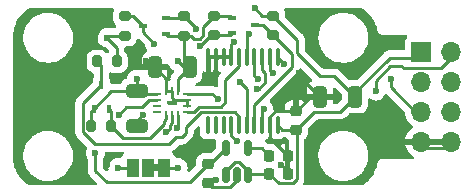
<source format=gbr>
%TF.GenerationSoftware,KiCad,Pcbnew,(6.0.0)*%
%TF.CreationDate,2022-02-10T21:19:41-08:00*%
%TF.ProjectId,elevation-imu,656c6576-6174-4696-9f6e-2d696d752e6b,rev?*%
%TF.SameCoordinates,Original*%
%TF.FileFunction,Copper,L1,Top*%
%TF.FilePolarity,Positive*%
%FSLAX46Y46*%
G04 Gerber Fmt 4.6, Leading zero omitted, Abs format (unit mm)*
G04 Created by KiCad (PCBNEW (6.0.0)) date 2022-02-10 21:19:41*
%MOMM*%
%LPD*%
G01*
G04 APERTURE LIST*
G04 Aperture macros list*
%AMRoundRect*
0 Rectangle with rounded corners*
0 $1 Rounding radius*
0 $2 $3 $4 $5 $6 $7 $8 $9 X,Y pos of 4 corners*
0 Add a 4 corners polygon primitive as box body*
4,1,4,$2,$3,$4,$5,$6,$7,$8,$9,$2,$3,0*
0 Add four circle primitives for the rounded corners*
1,1,$1+$1,$2,$3*
1,1,$1+$1,$4,$5*
1,1,$1+$1,$6,$7*
1,1,$1+$1,$8,$9*
0 Add four rect primitives between the rounded corners*
20,1,$1+$1,$2,$3,$4,$5,0*
20,1,$1+$1,$4,$5,$6,$7,0*
20,1,$1+$1,$6,$7,$8,$9,0*
20,1,$1+$1,$8,$9,$2,$3,0*%
G04 Aperture macros list end*
%TA.AperFunction,SMDPad,CuDef*%
%ADD10R,1.000000X1.500000*%
%TD*%
%TA.AperFunction,SMDPad,CuDef*%
%ADD11RoundRect,0.250000X0.325000X0.650000X-0.325000X0.650000X-0.325000X-0.650000X0.325000X-0.650000X0*%
%TD*%
%TA.AperFunction,SMDPad,CuDef*%
%ADD12RoundRect,0.200000X-0.200000X-0.275000X0.200000X-0.275000X0.200000X0.275000X-0.200000X0.275000X0*%
%TD*%
%TA.AperFunction,SMDPad,CuDef*%
%ADD13RoundRect,0.200000X0.275000X-0.200000X0.275000X0.200000X-0.275000X0.200000X-0.275000X-0.200000X0*%
%TD*%
%TA.AperFunction,SMDPad,CuDef*%
%ADD14R,0.700000X0.450000*%
%TD*%
%TA.AperFunction,SMDPad,CuDef*%
%ADD15R,0.675000X0.250000*%
%TD*%
%TA.AperFunction,SMDPad,CuDef*%
%ADD16R,0.250000X0.675000*%
%TD*%
%TA.AperFunction,ComponentPad*%
%ADD17R,1.700000X1.700000*%
%TD*%
%TA.AperFunction,ComponentPad*%
%ADD18O,1.700000X1.700000*%
%TD*%
%TA.AperFunction,SMDPad,CuDef*%
%ADD19RoundRect,0.100000X-0.100000X0.637500X-0.100000X-0.637500X0.100000X-0.637500X0.100000X0.637500X0*%
%TD*%
%TA.AperFunction,SMDPad,CuDef*%
%ADD20RoundRect,0.225000X-0.225000X-0.250000X0.225000X-0.250000X0.225000X0.250000X-0.225000X0.250000X0*%
%TD*%
%TA.AperFunction,SMDPad,CuDef*%
%ADD21R,0.450000X0.700000*%
%TD*%
%TA.AperFunction,SMDPad,CuDef*%
%ADD22RoundRect,0.225000X0.250000X-0.225000X0.250000X0.225000X-0.250000X0.225000X-0.250000X-0.225000X0*%
%TD*%
%TA.AperFunction,SMDPad,CuDef*%
%ADD23RoundRect,0.200000X0.200000X0.275000X-0.200000X0.275000X-0.200000X-0.275000X0.200000X-0.275000X0*%
%TD*%
%TA.AperFunction,SMDPad,CuDef*%
%ADD24RoundRect,0.225000X-0.250000X0.225000X-0.250000X-0.225000X0.250000X-0.225000X0.250000X0.225000X0*%
%TD*%
%TA.AperFunction,SMDPad,CuDef*%
%ADD25RoundRect,0.200000X-0.275000X0.200000X-0.275000X-0.200000X0.275000X-0.200000X0.275000X0.200000X0*%
%TD*%
%TA.AperFunction,SMDPad,CuDef*%
%ADD26RoundRect,0.150000X0.150000X-0.512500X0.150000X0.512500X-0.150000X0.512500X-0.150000X-0.512500X0*%
%TD*%
%TA.AperFunction,SMDPad,CuDef*%
%ADD27RoundRect,0.250000X-0.650000X0.325000X-0.650000X-0.325000X0.650000X-0.325000X0.650000X0.325000X0*%
%TD*%
%TA.AperFunction,ViaPad*%
%ADD28C,0.600000*%
%TD*%
%TA.AperFunction,Conductor*%
%ADD29C,0.254000*%
%TD*%
%TA.AperFunction,Conductor*%
%ADD30C,0.250000*%
%TD*%
G04 APERTURE END LIST*
%TO.C,JP1*%
G36*
X117900000Y-122300000D02*
G01*
X117400000Y-122300000D01*
X117400000Y-121700000D01*
X117900000Y-121700000D01*
X117900000Y-122300000D01*
G37*
%TD*%
D10*
%TO.P,JP1,1,A*%
%TO.N,Net-(JP1-Pad1)*%
X118300000Y-122000000D03*
%TO.P,JP1,2,C*%
%TO.N,/INT*%
X117000000Y-122000000D03*
%TO.P,JP1,3,B*%
%TO.N,Net-(JP1-Pad3)*%
X115700000Y-122000000D03*
%TD*%
D11*
%TO.P,C2,1*%
%TO.N,+3V3*%
X120475000Y-113500000D03*
%TO.P,C2,2*%
%TO.N,GND*%
X117525000Y-113500000D03*
%TD*%
D12*
%TO.P,R5,1*%
%TO.N,+3V3*%
X112175000Y-118500000D03*
%TO.P,R5,2*%
%TO.N,/~{CS}*%
X113825000Y-118500000D03*
%TD*%
D13*
%TO.P,R3,1*%
%TO.N,+3V3*%
X120000000Y-110825000D03*
%TO.P,R3,2*%
%TO.N,/SCL*%
X120000000Y-109175000D03*
%TD*%
D14*
%TO.P,Q1,1,G*%
%TO.N,+3V3*%
X124050000Y-109300000D03*
%TO.P,Q1,2,S*%
%TO.N,/SDI*%
X124050000Y-110600000D03*
%TO.P,Q1,3,D*%
%TO.N,/SDI_HV*%
X126050000Y-109950000D03*
%TD*%
D13*
%TO.P,R4,1*%
%TO.N,+5V*%
X115000000Y-110825000D03*
%TO.P,R4,2*%
%TO.N,/CLK_HV*%
X115000000Y-109175000D03*
%TD*%
D15*
%TO.P,U1,1,SDO/SA0*%
%TO.N,/SDO*%
X120262500Y-117250000D03*
%TO.P,U1,2,SDx*%
%TO.N,GND*%
X120262500Y-116750000D03*
%TO.P,U1,3,SCx*%
X120262500Y-116250000D03*
%TO.P,U1,4,INT1*%
%TO.N,Net-(JP1-Pad1)*%
X120262500Y-115750000D03*
D16*
%TO.P,U1,5,VDDIO*%
%TO.N,+3V3*%
X119500000Y-115487500D03*
%TO.P,U1,6,GND*%
%TO.N,GND*%
X119000000Y-115487500D03*
%TO.P,U1,7,GND*%
X118500000Y-115487500D03*
D15*
%TO.P,U1,8,VDD*%
%TO.N,+3V3*%
X117737500Y-115750000D03*
%TO.P,U1,9,INT2*%
%TO.N,Net-(JP1-Pad3)*%
X117737500Y-116250000D03*
%TO.P,U1,10,NC*%
%TO.N,unconnected-(U1-Pad10)*%
X117737500Y-116750000D03*
%TO.P,U1,11,NC*%
%TO.N,unconnected-(U1-Pad11)*%
X117737500Y-117250000D03*
D16*
%TO.P,U1,12,CS*%
%TO.N,/~{CS}*%
X118500000Y-117512500D03*
%TO.P,U1,13,SCL*%
%TO.N,/SCL*%
X119000000Y-117512500D03*
%TO.P,U1,14,SDI*%
%TO.N,/SDI*%
X119500000Y-117512500D03*
%TD*%
D17*
%TO.P,J1,1,Pin_1*%
%TO.N,+5V*%
X140075000Y-112200000D03*
D18*
%TO.P,J1,2,Pin_2*%
%TO.N,/SDI_IN*%
X142615000Y-112200000D03*
%TO.P,J1,3,Pin_3*%
%TO.N,/SDO_OUT*%
X140075000Y-114740000D03*
%TO.P,J1,4,Pin_4*%
%TO.N,/CLK_IN*%
X142615000Y-114740000D03*
%TO.P,J1,5,Pin_5*%
%TO.N,/~{CS}_IN*%
X140075000Y-117280000D03*
%TO.P,J1,6,Pin_6*%
%TO.N,/INT_OUT*%
X142615000Y-117280000D03*
%TO.P,J1,7,Pin_7*%
%TO.N,GND*%
X140075000Y-119820000D03*
%TO.P,J1,8,Pin_8*%
X142615000Y-119820000D03*
%TD*%
D19*
%TO.P,U2,1,G1*%
%TO.N,GND*%
X127925000Y-112637500D03*
%TO.P,U2,2,A0*%
%TO.N,/INT*%
X127275000Y-112637500D03*
%TO.P,U2,3,A1*%
%TO.N,/SDI_IN*%
X126625000Y-112637500D03*
%TO.P,U2,4,A2*%
%TO.N,/CLK_IN*%
X125975000Y-112637500D03*
%TO.P,U2,5,A3*%
%TO.N,/~{CS}_IN*%
X125325000Y-112637500D03*
%TO.P,U2,6,A4*%
%TO.N,/SDO*%
X124675000Y-112637500D03*
%TO.P,U2,7,A5*%
%TO.N,GND*%
X124025000Y-112637500D03*
%TO.P,U2,8,A6*%
X123375000Y-112637500D03*
%TO.P,U2,9,A7*%
X122725000Y-112637500D03*
%TO.P,U2,10,GND*%
X122075000Y-112637500D03*
%TO.P,U2,11,Y7*%
%TO.N,unconnected-(U2-Pad11)*%
X122075000Y-118362500D03*
%TO.P,U2,12,Y6*%
%TO.N,unconnected-(U2-Pad12)*%
X122725000Y-118362500D03*
%TO.P,U2,13,Y5*%
%TO.N,unconnected-(U2-Pad13)*%
X123375000Y-118362500D03*
%TO.P,U2,14,Y4*%
%TO.N,/SDO_OUT*%
X124025000Y-118362500D03*
%TO.P,U2,15,Y3*%
%TO.N,/~{CS}_HV*%
X124675000Y-118362500D03*
%TO.P,U2,16,Y2*%
%TO.N,/CLK_HV*%
X125325000Y-118362500D03*
%TO.P,U2,17,Y1*%
%TO.N,/SDI_HV*%
X125975000Y-118362500D03*
%TO.P,U2,18,Y0*%
%TO.N,/INT_OUT*%
X126625000Y-118362500D03*
%TO.P,U2,19,G2*%
%TO.N,GND*%
X127275000Y-118362500D03*
%TO.P,U2,20,VCC*%
%TO.N,+5V*%
X127925000Y-118362500D03*
%TD*%
D20*
%TO.P,C5,1*%
%TO.N,+5V*%
X127225000Y-122500000D03*
%TO.P,C5,2*%
%TO.N,GND*%
X128775000Y-122500000D03*
%TD*%
D21*
%TO.P,Q3,1,G*%
%TO.N,+3V3*%
X112350000Y-117000000D03*
%TO.P,Q3,2,S*%
%TO.N,/~{CS}*%
X113650000Y-117000000D03*
%TO.P,Q3,3,D*%
%TO.N,/~{CS}_HV*%
X113000000Y-115000000D03*
%TD*%
D11*
%TO.P,C3,1*%
%TO.N,+5V*%
X134475000Y-116000000D03*
%TO.P,C3,2*%
%TO.N,GND*%
X131525000Y-116000000D03*
%TD*%
D22*
%TO.P,C4,1*%
%TO.N,+5V*%
X129500000Y-118775000D03*
%TO.P,C4,2*%
%TO.N,GND*%
X129500000Y-117225000D03*
%TD*%
D23*
%TO.P,R6,1*%
%TO.N,+5V*%
X114325000Y-113000000D03*
%TO.P,R6,2*%
%TO.N,/~{CS}_HV*%
X112675000Y-113000000D03*
%TD*%
D24*
%TO.P,C7,1*%
%TO.N,+3V3*%
X122000000Y-121725000D03*
%TO.P,C7,2*%
%TO.N,GND*%
X122000000Y-123275000D03*
%TD*%
D25*
%TO.P,R2,1*%
%TO.N,+5V*%
X127550000Y-109125000D03*
%TO.P,R2,2*%
%TO.N,/SDI_HV*%
X127550000Y-110775000D03*
%TD*%
%TO.P,R1,1*%
%TO.N,+3V3*%
X122550000Y-109125000D03*
%TO.P,R1,2*%
%TO.N,/SDI*%
X122550000Y-110775000D03*
%TD*%
D14*
%TO.P,Q2,1,G*%
%TO.N,+3V3*%
X118500000Y-110650000D03*
%TO.P,Q2,2,S*%
%TO.N,/SCL*%
X118500000Y-109350000D03*
%TO.P,Q2,3,D*%
%TO.N,/CLK_HV*%
X116500000Y-110000000D03*
%TD*%
D26*
%TO.P,U3,1,VIN*%
%TO.N,+5V*%
X123550000Y-122637500D03*
%TO.P,U3,2,GND*%
%TO.N,GND*%
X124500000Y-122637500D03*
%TO.P,U3,3,ON/~{OFF}*%
%TO.N,+5V*%
X125450000Y-122637500D03*
%TO.P,U3,4,BP*%
%TO.N,Net-(C6-Pad1)*%
X125450000Y-120362500D03*
%TO.P,U3,5,VOUT*%
%TO.N,+3V3*%
X123550000Y-120362500D03*
%TD*%
D27*
%TO.P,C1,1*%
%TO.N,+3V3*%
X116000000Y-115525000D03*
%TO.P,C1,2*%
%TO.N,GND*%
X116000000Y-118475000D03*
%TD*%
D20*
%TO.P,C6,1*%
%TO.N,Net-(C6-Pad1)*%
X127225000Y-121000000D03*
%TO.P,C6,2*%
%TO.N,GND*%
X128775000Y-121000000D03*
%TD*%
D28*
%TO.N,GND*%
X122750000Y-114000000D03*
%TO.N,/CLK_HV*%
X117500000Y-111500000D03*
%TO.N,/SCL*%
X121000000Y-110250000D03*
%TO.N,/CLK_HV*%
X124750000Y-114750000D03*
%TO.N,+3V3*%
X119500000Y-113000000D03*
X116000000Y-114500000D03*
X112500000Y-120750000D03*
%TO.N,GND*%
X128500000Y-113250000D03*
X122750000Y-123000000D03*
X130000000Y-109500000D03*
X113500000Y-121750000D03*
X124250000Y-111324502D03*
X129750000Y-114000000D03*
X108750000Y-116000000D03*
X116750000Y-113000000D03*
X128250000Y-121750000D03*
X122250000Y-120500000D03*
X116500000Y-117500000D03*
%TO.N,+5V*%
X113500000Y-111000000D03*
X126000000Y-108500000D03*
%TO.N,/SDI_IN*%
X126219820Y-115310360D03*
X136250000Y-115500000D03*
%TO.N,/SDO_OUT*%
X124500000Y-119750000D03*
%TO.N,/CLK_IN*%
X126250000Y-114500000D03*
%TO.N,/~{CS}_IN*%
X125500000Y-110698002D03*
X137500000Y-114500000D03*
%TO.N,/INT_OUT*%
X126750000Y-117000000D03*
%TO.N,Net-(JP1-Pad1)*%
X119500000Y-122000000D03*
X122854487Y-116218447D03*
%TO.N,/INT*%
X127503001Y-114006344D03*
X117000000Y-122000000D03*
%TO.N,Net-(JP1-Pad3)*%
X114420000Y-122000000D03*
X114500000Y-117500000D03*
%TO.N,/SDI*%
X121377778Y-111694915D03*
X119439233Y-118663822D03*
%TO.N,/SCL*%
X118500000Y-119000000D03*
%TD*%
D29*
%TO.N,/SDI_IN*%
X126325647Y-115310360D02*
X126219820Y-115310360D01*
X126876501Y-114759506D02*
X126325647Y-115310360D01*
X126876501Y-113990494D02*
X126876501Y-114759506D01*
X126625000Y-112637500D02*
X126625000Y-113738993D01*
%TO.N,/CLK_IN*%
X125975000Y-114225000D02*
X126250000Y-114500000D01*
%TO.N,/SDI_IN*%
X126625000Y-113738993D02*
X126876501Y-113990494D01*
%TO.N,/INT*%
X127330012Y-113833355D02*
X127503001Y-114006344D01*
X127330012Y-112692512D02*
X127330012Y-113833355D01*
%TO.N,/CLK_IN*%
X125975000Y-112637500D02*
X125975000Y-114225000D01*
%TO.N,/INT*%
X127275000Y-112637500D02*
X127330012Y-112692512D01*
%TO.N,/SDO*%
X124675000Y-113399427D02*
X124675000Y-112637500D01*
X123480988Y-114593439D02*
X124675000Y-113399427D01*
X123480988Y-116477953D02*
X123480988Y-114593439D01*
X121259052Y-116844948D02*
X123113993Y-116844948D01*
%TO.N,Net-(JP1-Pad1)*%
X120262500Y-115750000D02*
X122386040Y-115750000D01*
%TO.N,/SDO*%
X120262500Y-117250000D02*
X120854000Y-117250000D01*
X120854000Y-117250000D02*
X121259052Y-116844948D01*
X123113993Y-116844948D02*
X123480988Y-116477953D01*
%TO.N,Net-(JP1-Pad1)*%
X122386040Y-115750000D02*
X122854487Y-116218447D01*
%TO.N,/~{CS}_HV*%
X124675000Y-117671810D02*
X124675000Y-118362500D01*
X124301670Y-117298480D02*
X124675000Y-117671810D01*
X121473533Y-117298480D02*
X124301670Y-117298480D01*
X120185263Y-118586750D02*
X121473533Y-117298480D01*
X120185263Y-119042857D02*
X120185263Y-118586750D01*
X119362161Y-119409852D02*
X119818268Y-119409852D01*
X118772013Y-120000000D02*
X119362161Y-119409852D01*
X112455389Y-120000000D02*
X118772013Y-120000000D01*
X111448480Y-118993091D02*
X112455389Y-120000000D01*
X113000000Y-115000000D02*
X111448480Y-116551520D01*
X111448480Y-116551520D02*
X111448480Y-118993091D01*
X119818268Y-119409852D02*
X120185263Y-119042857D01*
D30*
%TO.N,/CLK_HV*%
X125325000Y-118362500D02*
X125325000Y-115325000D01*
X125325000Y-115325000D02*
X124750000Y-114750000D01*
D29*
%TO.N,+3V3*%
X121626501Y-110776797D02*
X121626501Y-110048499D01*
X121333303Y-111069995D02*
X121626501Y-110776797D01*
X120814291Y-111069995D02*
X121333303Y-111069995D01*
X120562355Y-110818059D02*
X120814291Y-111069995D01*
X120000000Y-110825000D02*
X120006941Y-110818059D01*
%TO.N,/SCL*%
X120000000Y-109175000D02*
X121000000Y-110175000D01*
%TO.N,+3V3*%
X121626501Y-110048499D02*
X122550000Y-109125000D01*
X120006941Y-110818059D02*
X120562355Y-110818059D01*
%TO.N,/SCL*%
X121000000Y-110175000D02*
X121000000Y-110250000D01*
D30*
%TO.N,/CLK_HV*%
X116500000Y-110500000D02*
X117500000Y-111500000D01*
X116500000Y-110000000D02*
X116500000Y-110500000D01*
D29*
%TO.N,/SDI*%
X122550000Y-110775000D02*
X122297693Y-110775000D01*
X122297693Y-110775000D02*
X121377778Y-111694915D01*
%TO.N,+3V3*%
X118675000Y-110825000D02*
X118500000Y-110650000D01*
X122000000Y-121725000D02*
X120475000Y-123250000D01*
X120000000Y-110825000D02*
X120000000Y-113025000D01*
X112175000Y-117175000D02*
X112350000Y-117000000D01*
X120000000Y-113500000D02*
X119500000Y-113000000D01*
X116000000Y-114500000D02*
X116000000Y-115525000D01*
X112500000Y-122250000D02*
X112500000Y-120750000D01*
X116225000Y-115750000D02*
X116000000Y-115525000D01*
X119500000Y-114475000D02*
X120475000Y-113500000D01*
X112175000Y-118500000D02*
X112175000Y-117175000D01*
X122550000Y-109125000D02*
X123875000Y-109125000D01*
X120000000Y-113025000D02*
X120475000Y-113500000D01*
X113500000Y-123250000D02*
X112500000Y-122250000D01*
X120475000Y-123250000D02*
X113500000Y-123250000D01*
X120000000Y-110825000D02*
X118675000Y-110825000D01*
X117737500Y-115750000D02*
X116225000Y-115750000D01*
X122187500Y-121725000D02*
X123550000Y-120362500D01*
X119500000Y-115487500D02*
X119500000Y-114475000D01*
X116000000Y-115525000D02*
X113825000Y-115525000D01*
X120475000Y-113500000D02*
X120000000Y-113500000D01*
X113825000Y-115525000D02*
X112350000Y-117000000D01*
X122000000Y-121725000D02*
X122187500Y-121725000D01*
X123875000Y-109125000D02*
X124050000Y-109300000D01*
%TO.N,GND*%
X122275000Y-123000000D02*
X122000000Y-123275000D01*
X130725000Y-116000000D02*
X129500000Y-117225000D01*
X131525000Y-116000000D02*
X129750000Y-114225000D01*
X120262500Y-116750000D02*
X120262500Y-116250000D01*
X118500000Y-114475000D02*
X117525000Y-113500000D01*
X122351520Y-123626520D02*
X122000000Y-123275000D01*
X128775000Y-122500000D02*
X128775000Y-122275000D01*
X129500000Y-117225000D02*
X127721810Y-117225000D01*
X119000000Y-115487500D02*
X118500000Y-115487500D01*
X116750000Y-113000000D02*
X117025000Y-113000000D01*
X131525000Y-116000000D02*
X130725000Y-116000000D01*
X122075000Y-112637500D02*
X124025000Y-112637500D01*
X127275000Y-119500000D02*
X127275000Y-118362500D01*
X127925000Y-112637500D02*
X127925000Y-112675000D01*
X129750000Y-114225000D02*
X129750000Y-114000000D01*
X116000000Y-118000000D02*
X116500000Y-117500000D01*
X127925000Y-112675000D02*
X128500000Y-113250000D01*
X124500000Y-122637500D02*
X124500000Y-123023901D01*
X124025000Y-111549502D02*
X124250000Y-111324502D01*
X119146978Y-116250000D02*
X119000000Y-116103022D01*
X142615000Y-120320000D02*
X140075000Y-120320000D01*
X120262500Y-116250000D02*
X119146978Y-116250000D01*
X116000000Y-118475000D02*
X116000000Y-118000000D01*
X117025000Y-113000000D02*
X117525000Y-113500000D01*
X128775000Y-121000000D02*
X127275000Y-119500000D01*
X128775000Y-122500000D02*
X128775000Y-121000000D01*
X122750000Y-123000000D02*
X122275000Y-123000000D01*
X118500000Y-115487500D02*
X118500000Y-114475000D01*
X128775000Y-122275000D02*
X128250000Y-121750000D01*
X119000000Y-116103022D02*
X119000000Y-115487500D01*
X127721810Y-117225000D02*
X127275000Y-117671810D01*
X123897381Y-123626520D02*
X122351520Y-123626520D01*
X124025000Y-112637500D02*
X124025000Y-111549502D01*
X124500000Y-123023901D02*
X123897381Y-123626520D01*
X127275000Y-117671810D02*
X127275000Y-118362500D01*
%TO.N,+5V*%
X125587500Y-122500000D02*
X125450000Y-122637500D01*
X129551520Y-118826520D02*
X129551520Y-122978447D01*
X127225000Y-122500000D02*
X125587500Y-122500000D01*
X125450000Y-122251099D02*
X125450000Y-122637500D01*
X137408639Y-112700000D02*
X134475000Y-115633639D01*
X128026520Y-123301520D02*
X127225000Y-122500000D01*
X129580021Y-112330021D02*
X129580021Y-111155021D01*
X124301099Y-121500000D02*
X124698901Y-121500000D01*
X129580021Y-111155021D02*
X127550000Y-109125000D01*
X129500000Y-118775000D02*
X129551520Y-118826520D01*
X134475000Y-115633639D02*
X134475000Y-116000000D01*
X128337500Y-118775000D02*
X127925000Y-118362500D01*
X127550000Y-109125000D02*
X126625000Y-109125000D01*
X123550000Y-122251099D02*
X124301099Y-121500000D01*
X114325000Y-111825000D02*
X113500000Y-111000000D01*
X134475000Y-116000000D02*
X133225000Y-117250000D01*
X140075000Y-112700000D02*
X137408639Y-112700000D01*
X123550000Y-122637500D02*
X123550000Y-122251099D01*
X129551520Y-122978447D02*
X129228447Y-123301520D01*
X133225000Y-117250000D02*
X131025000Y-117250000D01*
X129500000Y-118775000D02*
X128337500Y-118775000D01*
X115000000Y-110825000D02*
X113675000Y-110825000D01*
X114325000Y-113000000D02*
X114325000Y-111825000D01*
X113675000Y-110825000D02*
X113500000Y-111000000D01*
X134475000Y-116000000D02*
X132725000Y-114250000D01*
X131500000Y-114250000D02*
X129580021Y-112330021D01*
X132725000Y-114250000D02*
X131500000Y-114250000D01*
X124698901Y-121500000D02*
X125450000Y-122251099D01*
X126625000Y-109125000D02*
X126000000Y-108500000D01*
X131025000Y-117250000D02*
X129500000Y-118775000D01*
X129228447Y-123301520D02*
X128026520Y-123301520D01*
%TO.N,Net-(C6-Pad1)*%
X125450000Y-120362500D02*
X126587500Y-120362500D01*
X126587500Y-120362500D02*
X127225000Y-121000000D01*
%TO.N,/SDI_IN*%
X138585467Y-113563489D02*
X138442259Y-113420281D01*
X141751511Y-113563489D02*
X138585467Y-113563489D01*
X138442259Y-113420281D02*
X137490494Y-113420281D01*
X136250000Y-114660775D02*
X136250000Y-115500000D01*
X137490494Y-113420281D02*
X136250000Y-114660775D01*
X142615000Y-112700000D02*
X141751511Y-113563489D01*
%TO.N,/SDO_OUT*%
X124025000Y-118362500D02*
X124025000Y-119275000D01*
X124025000Y-119275000D02*
X124500000Y-119750000D01*
%TO.N,/~{CS}_IN*%
X140075000Y-117780000D02*
X137500000Y-115205000D01*
X137500000Y-115205000D02*
X137500000Y-114500000D01*
X125325000Y-110873002D02*
X125500000Y-110698002D01*
X125325000Y-112637500D02*
X125325000Y-110873002D01*
%TO.N,/INT_OUT*%
X126625000Y-117125000D02*
X126625000Y-118362500D01*
X126750000Y-117000000D02*
X126625000Y-117125000D01*
%TO.N,Net-(JP1-Pad1)*%
X118300000Y-122000000D02*
X119500000Y-122000000D01*
%TO.N,Net-(JP1-Pad3)*%
X117065322Y-116250000D02*
X116441823Y-116873499D01*
X115126501Y-116873499D02*
X114500000Y-117500000D01*
X116441823Y-116873499D02*
X115126501Y-116873499D01*
X115700000Y-122000000D02*
X114420000Y-122000000D01*
X117737500Y-116250000D02*
X117065322Y-116250000D01*
%TO.N,/SDI*%
X119500000Y-117512500D02*
X119500000Y-118603055D01*
X123875000Y-110775000D02*
X124050000Y-110600000D01*
X122550000Y-110775000D02*
X123875000Y-110775000D01*
X119500000Y-118603055D02*
X119439233Y-118663822D01*
%TO.N,/SDI_HV*%
X125975000Y-116661007D02*
X129126501Y-113509506D01*
X126050000Y-109950000D02*
X126725000Y-109950000D01*
X126725000Y-109950000D02*
X127550000Y-110775000D01*
X129126501Y-113509506D02*
X129126501Y-112351501D01*
X129126501Y-112351501D02*
X127550000Y-110775000D01*
X125975000Y-118362500D02*
X125975000Y-116661007D01*
%TO.N,/SCL*%
X119000000Y-117512500D02*
X119000000Y-118217048D01*
X119150000Y-109350000D02*
X119825000Y-109350000D01*
X118500000Y-109350000D02*
X119150000Y-109350000D01*
X119000000Y-118217048D02*
X118812732Y-118404316D01*
X118812732Y-118404316D02*
X118812732Y-118687268D01*
X119825000Y-109350000D02*
X120000000Y-109175000D01*
X118812732Y-118687268D02*
X118500000Y-119000000D01*
%TO.N,/CLK_HV*%
X115675000Y-109175000D02*
X116500000Y-110000000D01*
X115000000Y-109175000D02*
X115675000Y-109175000D01*
%TO.N,/~{CS}*%
X113825000Y-118500000D02*
X114825000Y-119500000D01*
X118500000Y-117858638D02*
X118500000Y-117512500D01*
X113825000Y-117175000D02*
X113650000Y-117000000D01*
X114825000Y-119500000D02*
X117104000Y-119500000D01*
X117104000Y-119500000D02*
X118296489Y-118307511D01*
X118296489Y-118062149D02*
X118500000Y-117858638D01*
X113825000Y-118500000D02*
X113825000Y-117175000D01*
X118296489Y-118307511D02*
X118296489Y-118062149D01*
%TO.N,/~{CS}_HV*%
X113000000Y-113325000D02*
X112675000Y-113000000D01*
X113000000Y-115000000D02*
X113000000Y-113325000D01*
%TD*%
%TA.AperFunction,Conductor*%
%TO.N,GND*%
G36*
X114026759Y-108528002D02*
G01*
X114073252Y-108581658D01*
X114083356Y-108651932D01*
X114075054Y-108680433D01*
X114074528Y-108681301D01*
X114072257Y-108688548D01*
X114072256Y-108688550D01*
X114064989Y-108711739D01*
X114023247Y-108844938D01*
X114016500Y-108918365D01*
X114016501Y-109431634D01*
X114016764Y-109434492D01*
X114016764Y-109434501D01*
X114017809Y-109445871D01*
X114023247Y-109505062D01*
X114025246Y-109511440D01*
X114025246Y-109511441D01*
X114060249Y-109623134D01*
X114074528Y-109668699D01*
X114163361Y-109815381D01*
X114258885Y-109910905D01*
X114292911Y-109973217D01*
X114287846Y-110044032D01*
X114258885Y-110089095D01*
X114195385Y-110152595D01*
X114133073Y-110186621D01*
X114106290Y-110189500D01*
X113754020Y-110189500D01*
X113742791Y-110188971D01*
X113735281Y-110187292D01*
X113727355Y-110187541D01*
X113727354Y-110187541D01*
X113667002Y-110189438D01*
X113663044Y-110189500D01*
X113635017Y-110189500D01*
X113630971Y-110190011D01*
X113619143Y-110190942D01*
X113578790Y-110192210D01*
X113574794Y-110192336D01*
X113574771Y-110191594D01*
X113552742Y-110192015D01*
X113512675Y-110187238D01*
X113512674Y-110187238D01*
X113505680Y-110186404D01*
X113498677Y-110187140D01*
X113498676Y-110187140D01*
X113332288Y-110204628D01*
X113332286Y-110204629D01*
X113325288Y-110205364D01*
X113153579Y-110263818D01*
X113120608Y-110284102D01*
X113005095Y-110355166D01*
X113005092Y-110355168D01*
X112999088Y-110358862D01*
X112994053Y-110363793D01*
X112994050Y-110363795D01*
X112875038Y-110480341D01*
X112869493Y-110485771D01*
X112771235Y-110638238D01*
X112768826Y-110644858D01*
X112768824Y-110644861D01*
X112726601Y-110760867D01*
X112709197Y-110808685D01*
X112686463Y-110988640D01*
X112704163Y-111169160D01*
X112761418Y-111341273D01*
X112765065Y-111347295D01*
X112765066Y-111347297D01*
X112839836Y-111470757D01*
X112855380Y-111496424D01*
X112981382Y-111626902D01*
X113133159Y-111726222D01*
X113139763Y-111728678D01*
X113139765Y-111728679D01*
X113218164Y-111757835D01*
X113303168Y-111789448D01*
X113310151Y-111790380D01*
X113310152Y-111790380D01*
X113361924Y-111797288D01*
X113426801Y-111826124D01*
X113434354Y-111833086D01*
X113635529Y-112034261D01*
X113669555Y-112096573D01*
X113664490Y-112167388D01*
X113635529Y-112212451D01*
X113589095Y-112258885D01*
X113526783Y-112292911D01*
X113455968Y-112287846D01*
X113410905Y-112258885D01*
X113315381Y-112163361D01*
X113168699Y-112074528D01*
X113161452Y-112072257D01*
X113161450Y-112072256D01*
X113062927Y-112041381D01*
X113005062Y-112023247D01*
X112931635Y-112016500D01*
X112928737Y-112016500D01*
X112674335Y-112016501D01*
X112418366Y-112016501D01*
X112415508Y-112016764D01*
X112415499Y-112016764D01*
X112379996Y-112020026D01*
X112344938Y-112023247D01*
X112338560Y-112025246D01*
X112338559Y-112025246D01*
X112188550Y-112072256D01*
X112188548Y-112072257D01*
X112181301Y-112074528D01*
X112034619Y-112163361D01*
X111913361Y-112284619D01*
X111824528Y-112431301D01*
X111822257Y-112438548D01*
X111822256Y-112438550D01*
X111819017Y-112448886D01*
X111773247Y-112594938D01*
X111766500Y-112668365D01*
X111766501Y-113331634D01*
X111766764Y-113334492D01*
X111766764Y-113334501D01*
X111769926Y-113368909D01*
X111773247Y-113405062D01*
X111775246Y-113411440D01*
X111775246Y-113411441D01*
X111821756Y-113559852D01*
X111824528Y-113568699D01*
X111913361Y-113715381D01*
X112034619Y-113836639D01*
X112181301Y-113925472D01*
X112188548Y-113927743D01*
X112188550Y-113927744D01*
X112250322Y-113947102D01*
X112269861Y-113953225D01*
X112276179Y-113955205D01*
X112335201Y-113994662D01*
X112363521Y-114059766D01*
X112364500Y-114075439D01*
X112364500Y-114307794D01*
X112344498Y-114375915D01*
X112339327Y-114383358D01*
X112329770Y-114396109D01*
X112329768Y-114396112D01*
X112324385Y-114403295D01*
X112273255Y-114539684D01*
X112266500Y-114601866D01*
X112266500Y-114782577D01*
X112246498Y-114850698D01*
X112229595Y-114871672D01*
X111054997Y-116046270D01*
X111046671Y-116053846D01*
X111040177Y-116057967D01*
X111034754Y-116063742D01*
X110993395Y-116107785D01*
X110990640Y-116110627D01*
X110970841Y-116130426D01*
X110968417Y-116133551D01*
X110968409Y-116133560D01*
X110968343Y-116133646D01*
X110960635Y-116142671D01*
X110930263Y-116175014D01*
X110926445Y-116181958D01*
X110926444Y-116181960D01*
X110920458Y-116192849D01*
X110909607Y-116209367D01*
X110897130Y-116225453D01*
X110879504Y-116266186D01*
X110874287Y-116276834D01*
X110872663Y-116279788D01*
X110852911Y-116315717D01*
X110850940Y-116323392D01*
X110850938Y-116323398D01*
X110847849Y-116335431D01*
X110841446Y-116354133D01*
X110833363Y-116372812D01*
X110830836Y-116388767D01*
X110826420Y-116416647D01*
X110824015Y-116428260D01*
X110812980Y-116471238D01*
X110812980Y-116491585D01*
X110811429Y-116511296D01*
X110810893Y-116514683D01*
X110808245Y-116531399D01*
X110808991Y-116539291D01*
X110812421Y-116575576D01*
X110812980Y-116587434D01*
X110812980Y-118914071D01*
X110812450Y-118925305D01*
X110810772Y-118932810D01*
X110811838Y-118966727D01*
X110812918Y-119001103D01*
X110812980Y-119005060D01*
X110812980Y-119033074D01*
X110813476Y-119036999D01*
X110813476Y-119037000D01*
X110813488Y-119037095D01*
X110814421Y-119048940D01*
X110815815Y-119093296D01*
X110818027Y-119100908D01*
X110821493Y-119112839D01*
X110825503Y-119132203D01*
X110826857Y-119142918D01*
X110828053Y-119152390D01*
X110830969Y-119159754D01*
X110830970Y-119159759D01*
X110844387Y-119193647D01*
X110848232Y-119204876D01*
X110860611Y-119247484D01*
X110864649Y-119254311D01*
X110864650Y-119254314D01*
X110870968Y-119264997D01*
X110879668Y-119282755D01*
X110884241Y-119294306D01*
X110884245Y-119294312D01*
X110887161Y-119301679D01*
X110891819Y-119308090D01*
X110891820Y-119308092D01*
X110913244Y-119337579D01*
X110919761Y-119347501D01*
X110938306Y-119378859D01*
X110938309Y-119378863D01*
X110942346Y-119385689D01*
X110956730Y-119400073D01*
X110969571Y-119415107D01*
X110981538Y-119431578D01*
X111011113Y-119456044D01*
X111015735Y-119459868D01*
X111024515Y-119467858D01*
X111767401Y-120210744D01*
X111801427Y-120273056D01*
X111796362Y-120343871D01*
X111784219Y-120368091D01*
X111771235Y-120388238D01*
X111756179Y-120429603D01*
X111713512Y-120546831D01*
X111709197Y-120558685D01*
X111686463Y-120738640D01*
X111704163Y-120919160D01*
X111761418Y-121091273D01*
X111765065Y-121097295D01*
X111765066Y-121097297D01*
X111776393Y-121116000D01*
X111833975Y-121211079D01*
X111846276Y-121231391D01*
X111864500Y-121296662D01*
X111864500Y-122170980D01*
X111863970Y-122182214D01*
X111862292Y-122189719D01*
X111862541Y-122197638D01*
X111864438Y-122258012D01*
X111864500Y-122261969D01*
X111864500Y-122289983D01*
X111864996Y-122293908D01*
X111864996Y-122293909D01*
X111865008Y-122294004D01*
X111865941Y-122305849D01*
X111867335Y-122350205D01*
X111871250Y-122363680D01*
X111873013Y-122369748D01*
X111877023Y-122389112D01*
X111879573Y-122409299D01*
X111882489Y-122416663D01*
X111882490Y-122416668D01*
X111895907Y-122450556D01*
X111899752Y-122461785D01*
X111912131Y-122504393D01*
X111916169Y-122511220D01*
X111916170Y-122511223D01*
X111922488Y-122521906D01*
X111931188Y-122539664D01*
X111935761Y-122551215D01*
X111935765Y-122551221D01*
X111938681Y-122558588D01*
X111943339Y-122564999D01*
X111943340Y-122565001D01*
X111964764Y-122594488D01*
X111971281Y-122604410D01*
X111989826Y-122635768D01*
X111989829Y-122635772D01*
X111993866Y-122642598D01*
X112008250Y-122656982D01*
X112021091Y-122672016D01*
X112033058Y-122688487D01*
X112065264Y-122715130D01*
X112067250Y-122716773D01*
X112076031Y-122724763D01*
X112628172Y-123276905D01*
X112662197Y-123339217D01*
X112657132Y-123410033D01*
X112614585Y-123466868D01*
X112548065Y-123491679D01*
X112539076Y-123492000D01*
X106922242Y-123492000D01*
X106853840Y-123471816D01*
X106735026Y-123395009D01*
X106724320Y-123387263D01*
X106493628Y-123201165D01*
X106483814Y-123192358D01*
X106273892Y-122983128D01*
X106265037Y-122973324D01*
X106249661Y-122954391D01*
X106078184Y-122743252D01*
X106070412Y-122732584D01*
X105908692Y-122484215D01*
X105902072Y-122472779D01*
X105887077Y-122443421D01*
X105767253Y-122208828D01*
X105761877Y-122196782D01*
X105655444Y-121920150D01*
X105651356Y-121907596D01*
X105636961Y-121853990D01*
X105574487Y-121621350D01*
X105571735Y-121608427D01*
X105567365Y-121580896D01*
X105525277Y-121315721D01*
X105523892Y-121302581D01*
X105521520Y-121257405D01*
X105514971Y-121132703D01*
X106390743Y-121132703D01*
X106391302Y-121136947D01*
X106391302Y-121136951D01*
X106404248Y-121235284D01*
X106428268Y-121417734D01*
X106429401Y-121421874D01*
X106429401Y-121421876D01*
X106445533Y-121480843D01*
X106504129Y-121695036D01*
X106505813Y-121698984D01*
X106606303Y-121934577D01*
X106616923Y-121959476D01*
X106652402Y-122018757D01*
X106761633Y-122201268D01*
X106764561Y-122206161D01*
X106944313Y-122430528D01*
X107041739Y-122522982D01*
X107127547Y-122604410D01*
X107152851Y-122628423D01*
X107386317Y-122796186D01*
X107390112Y-122798195D01*
X107390113Y-122798196D01*
X107411869Y-122809715D01*
X107640392Y-122930712D01*
X107910373Y-123029511D01*
X108191264Y-123090755D01*
X108219841Y-123093004D01*
X108414282Y-123108307D01*
X108414291Y-123108307D01*
X108416739Y-123108500D01*
X108572271Y-123108500D01*
X108574407Y-123108354D01*
X108574418Y-123108354D01*
X108782548Y-123094165D01*
X108782554Y-123094164D01*
X108786825Y-123093873D01*
X108791020Y-123093004D01*
X108791022Y-123093004D01*
X108994808Y-123050802D01*
X109068342Y-123035574D01*
X109339343Y-122939607D01*
X109447433Y-122883818D01*
X109591005Y-122809715D01*
X109591006Y-122809715D01*
X109594812Y-122807750D01*
X109598313Y-122805289D01*
X109598317Y-122805287D01*
X109773632Y-122682073D01*
X109830023Y-122642441D01*
X109978580Y-122504393D01*
X110037479Y-122449661D01*
X110037481Y-122449658D01*
X110040622Y-122446740D01*
X110222713Y-122224268D01*
X110372927Y-121979142D01*
X110391596Y-121936614D01*
X110486757Y-121719830D01*
X110488483Y-121715898D01*
X110504392Y-121660051D01*
X110540091Y-121534727D01*
X110567244Y-121439406D01*
X110604207Y-121179688D01*
X110607146Y-121159036D01*
X110607146Y-121159034D01*
X110607751Y-121154784D01*
X110607831Y-121139684D01*
X110609235Y-120871583D01*
X110609235Y-120871576D01*
X110609257Y-120867297D01*
X110606256Y-120844498D01*
X110576998Y-120622265D01*
X110571732Y-120582266D01*
X110569498Y-120574098D01*
X110532483Y-120438794D01*
X110495871Y-120304964D01*
X110459663Y-120220077D01*
X110384763Y-120044476D01*
X110384761Y-120044472D01*
X110383077Y-120040524D01*
X110299934Y-119901602D01*
X110237643Y-119797521D01*
X110237640Y-119797517D01*
X110235439Y-119793839D01*
X110055687Y-119569472D01*
X109915604Y-119436538D01*
X109850258Y-119374527D01*
X109850255Y-119374525D01*
X109847149Y-119371577D01*
X109629780Y-119215381D01*
X109617172Y-119206321D01*
X109617171Y-119206320D01*
X109613683Y-119203814D01*
X109591843Y-119192250D01*
X109528761Y-119158850D01*
X109359608Y-119069288D01*
X109089627Y-118970489D01*
X108808736Y-118909245D01*
X108777685Y-118906801D01*
X108585718Y-118891693D01*
X108585709Y-118891693D01*
X108583261Y-118891500D01*
X108427729Y-118891500D01*
X108425593Y-118891646D01*
X108425582Y-118891646D01*
X108217452Y-118905835D01*
X108217446Y-118905836D01*
X108213175Y-118906127D01*
X108208980Y-118906996D01*
X108208978Y-118906996D01*
X108084327Y-118932810D01*
X107931658Y-118964426D01*
X107660657Y-119060393D01*
X107656848Y-119062359D01*
X107469900Y-119158850D01*
X107405188Y-119192250D01*
X107401687Y-119194711D01*
X107401683Y-119194713D01*
X107188155Y-119344783D01*
X107169977Y-119357559D01*
X107132012Y-119392838D01*
X106971672Y-119541836D01*
X106959378Y-119553260D01*
X106777287Y-119775732D01*
X106647598Y-119987364D01*
X106632650Y-120011758D01*
X106627073Y-120020858D01*
X106625347Y-120024791D01*
X106625346Y-120024792D01*
X106621818Y-120032829D01*
X106511517Y-120284102D01*
X106432756Y-120560594D01*
X106392249Y-120845216D01*
X106392227Y-120849505D01*
X106392226Y-120849512D01*
X106390765Y-121128417D01*
X106390743Y-121132703D01*
X105514971Y-121132703D01*
X105510436Y-121046364D01*
X105512009Y-121018850D01*
X105512265Y-121017330D01*
X105512265Y-121017329D01*
X105513071Y-121012539D01*
X105513224Y-121000000D01*
X105509273Y-120972412D01*
X105508000Y-120954549D01*
X105508000Y-111132703D01*
X106390743Y-111132703D01*
X106391302Y-111136947D01*
X106391302Y-111136951D01*
X106397053Y-111180635D01*
X106428268Y-111417734D01*
X106429401Y-111421874D01*
X106429401Y-111421876D01*
X106441059Y-111464489D01*
X106504129Y-111695036D01*
X106505813Y-111698984D01*
X106588210Y-111892159D01*
X106616923Y-111959476D01*
X106684874Y-112073013D01*
X106761618Y-112201243D01*
X106764561Y-112206161D01*
X106944313Y-112430528D01*
X107052526Y-112533218D01*
X107138426Y-112614734D01*
X107152851Y-112628423D01*
X107386317Y-112796186D01*
X107390112Y-112798195D01*
X107390113Y-112798196D01*
X107409923Y-112808685D01*
X107640392Y-112930712D01*
X107910373Y-113029511D01*
X108191264Y-113090755D01*
X108219841Y-113093004D01*
X108414282Y-113108307D01*
X108414291Y-113108307D01*
X108416739Y-113108500D01*
X108572271Y-113108500D01*
X108574407Y-113108354D01*
X108574418Y-113108354D01*
X108782548Y-113094165D01*
X108782554Y-113094164D01*
X108786825Y-113093873D01*
X108791020Y-113093004D01*
X108791022Y-113093004D01*
X108927583Y-113064724D01*
X109068342Y-113035574D01*
X109339343Y-112939607D01*
X109594812Y-112807750D01*
X109598313Y-112805289D01*
X109598317Y-112805287D01*
X109793137Y-112668365D01*
X109830023Y-112642441D01*
X109908403Y-112569606D01*
X110037479Y-112449661D01*
X110037481Y-112449658D01*
X110040622Y-112446740D01*
X110222713Y-112224268D01*
X110372927Y-111979142D01*
X110453873Y-111794743D01*
X110486757Y-111719830D01*
X110488483Y-111715898D01*
X110499352Y-111677744D01*
X110549983Y-111500000D01*
X110567244Y-111439406D01*
X110607751Y-111154784D01*
X110607777Y-111149953D01*
X110609235Y-110871583D01*
X110609235Y-110871576D01*
X110609257Y-110867297D01*
X110607923Y-110857160D01*
X110589690Y-110718671D01*
X110571732Y-110582266D01*
X110495871Y-110304964D01*
X110477352Y-110261547D01*
X110384763Y-110044476D01*
X110384761Y-110044472D01*
X110383077Y-110040524D01*
X110292796Y-109889675D01*
X110237643Y-109797521D01*
X110237640Y-109797517D01*
X110235439Y-109793839D01*
X110055687Y-109569472D01*
X109915432Y-109436375D01*
X109850258Y-109374527D01*
X109850255Y-109374525D01*
X109847149Y-109371577D01*
X109635689Y-109219627D01*
X109617172Y-109206321D01*
X109617171Y-109206320D01*
X109613683Y-109203814D01*
X109591843Y-109192250D01*
X109568654Y-109179972D01*
X109359608Y-109069288D01*
X109190177Y-109007285D01*
X109093658Y-108971964D01*
X109093656Y-108971963D01*
X109089627Y-108970489D01*
X108808736Y-108909245D01*
X108777685Y-108906801D01*
X108585718Y-108891693D01*
X108585709Y-108891693D01*
X108583261Y-108891500D01*
X108427729Y-108891500D01*
X108425593Y-108891646D01*
X108425582Y-108891646D01*
X108217452Y-108905835D01*
X108217446Y-108905836D01*
X108213175Y-108906127D01*
X108208980Y-108906996D01*
X108208978Y-108906996D01*
X108072417Y-108935276D01*
X107931658Y-108964426D01*
X107660657Y-109060393D01*
X107405188Y-109192250D01*
X107401687Y-109194711D01*
X107401683Y-109194713D01*
X107288322Y-109274385D01*
X107169977Y-109357559D01*
X107103946Y-109418919D01*
X106993738Y-109521331D01*
X106959378Y-109553260D01*
X106777287Y-109775732D01*
X106627073Y-110020858D01*
X106625347Y-110024791D01*
X106625346Y-110024792D01*
X106527938Y-110246694D01*
X106511517Y-110284102D01*
X106510342Y-110288229D01*
X106510341Y-110288230D01*
X106499164Y-110327466D01*
X106432756Y-110560594D01*
X106403061Y-110769245D01*
X106394179Y-110831658D01*
X106392249Y-110845216D01*
X106392227Y-110849505D01*
X106392226Y-110849512D01*
X106390765Y-111128417D01*
X106390743Y-111132703D01*
X105508000Y-111132703D01*
X105508000Y-111053207D01*
X105509746Y-111032303D01*
X105512264Y-111017335D01*
X105513071Y-111012539D01*
X105513224Y-111000000D01*
X105512535Y-110995185D01*
X105512534Y-110995177D01*
X105511147Y-110985494D01*
X105510047Y-110961022D01*
X105510278Y-110956638D01*
X105523891Y-110697415D01*
X105525276Y-110684275D01*
X105525914Y-110680259D01*
X105571734Y-110391571D01*
X105574487Y-110378647D01*
X105578476Y-110363795D01*
X105651356Y-110092401D01*
X105655448Y-110079836D01*
X105669053Y-110044476D01*
X105761872Y-109803227D01*
X105767255Y-109791165D01*
X105770860Y-109784107D01*
X105902072Y-109527217D01*
X105908685Y-109515793D01*
X106064803Y-109276029D01*
X106070410Y-109267418D01*
X106078192Y-109256737D01*
X106156408Y-109160429D01*
X106265040Y-109026670D01*
X106273895Y-109016867D01*
X106483813Y-108807641D01*
X106493639Y-108798825D01*
X106724311Y-108612742D01*
X106735020Y-108604994D01*
X106853840Y-108528184D01*
X106922243Y-108508000D01*
X113958638Y-108508000D01*
X114026759Y-108528002D01*
G37*
%TD.AperFunction*%
%TA.AperFunction,Conductor*%
G36*
X137164399Y-115775049D02*
G01*
X137192444Y-115796176D01*
X138682557Y-117286289D01*
X138716583Y-117348601D01*
X138719253Y-117368131D01*
X138723740Y-117445960D01*
X138725110Y-117469715D01*
X138726247Y-117474761D01*
X138726248Y-117474767D01*
X138746843Y-117566150D01*
X138774222Y-117687639D01*
X138828967Y-117822461D01*
X138854590Y-117885562D01*
X138858266Y-117894616D01*
X138898029Y-117959504D01*
X138972291Y-118080688D01*
X138974987Y-118085088D01*
X138978367Y-118088990D01*
X138989352Y-118101671D01*
X139121250Y-118253938D01*
X139293126Y-118396632D01*
X139366955Y-118439774D01*
X139415679Y-118491412D01*
X139428750Y-118561195D01*
X139402019Y-118626967D01*
X139361562Y-118660327D01*
X139353457Y-118664546D01*
X139344738Y-118670036D01*
X139174433Y-118797905D01*
X139166726Y-118804748D01*
X139019590Y-118958717D01*
X139013104Y-118966727D01*
X138893098Y-119142649D01*
X138888000Y-119151623D01*
X138798338Y-119344783D01*
X138794775Y-119354470D01*
X138739389Y-119554183D01*
X138740912Y-119562607D01*
X138753292Y-119566000D01*
X142743000Y-119566000D01*
X142811121Y-119586002D01*
X142857614Y-119639658D01*
X142869000Y-119692000D01*
X142869000Y-119948000D01*
X142848998Y-120016121D01*
X142795342Y-120062614D01*
X142743000Y-120074000D01*
X138758225Y-120074000D01*
X138744694Y-120077973D01*
X138743257Y-120087966D01*
X138773565Y-120222446D01*
X138776645Y-120232275D01*
X138856770Y-120429603D01*
X138861413Y-120438794D01*
X138972694Y-120620388D01*
X138978777Y-120628699D01*
X139118213Y-120789667D01*
X139125580Y-120796883D01*
X139289434Y-120932916D01*
X139297881Y-120938831D01*
X139414901Y-121007212D01*
X139463625Y-121058850D01*
X139476696Y-121128633D01*
X139449965Y-121194405D01*
X139391918Y-121235284D01*
X139351331Y-121242000D01*
X136954280Y-121242000D01*
X136941618Y-121240604D01*
X136941590Y-121240966D01*
X136932643Y-121240271D01*
X136923882Y-121238315D01*
X136914926Y-121238896D01*
X136871153Y-121241736D01*
X136862995Y-121242000D01*
X136847690Y-121242000D01*
X136843252Y-121242635D01*
X136843244Y-121242636D01*
X136836466Y-121243607D01*
X136826768Y-121244615D01*
X136778673Y-121247736D01*
X136770238Y-121250808D01*
X136764791Y-121251952D01*
X136754340Y-121254574D01*
X136749012Y-121256132D01*
X136740122Y-121257405D01*
X136731953Y-121261119D01*
X136731947Y-121261121D01*
X136696257Y-121277349D01*
X136687224Y-121281041D01*
X136641944Y-121297532D01*
X136634712Y-121302847D01*
X136629806Y-121305473D01*
X136620538Y-121310906D01*
X136615830Y-121313917D01*
X136607657Y-121317633D01*
X136600855Y-121323494D01*
X136571148Y-121349091D01*
X136563516Y-121355168D01*
X136542089Y-121370915D01*
X136524688Y-121383703D01*
X136519235Y-121390838D01*
X136515260Y-121394739D01*
X136507880Y-121402564D01*
X136504220Y-121406760D01*
X136497420Y-121412619D01*
X136492537Y-121420153D01*
X136492536Y-121420154D01*
X136471211Y-121453054D01*
X136465591Y-121461031D01*
X136436329Y-121499320D01*
X136433099Y-121507695D01*
X136430378Y-121512556D01*
X136425501Y-121522119D01*
X136423155Y-121527196D01*
X136418274Y-121534727D01*
X136415702Y-121543327D01*
X136404466Y-121580896D01*
X136401316Y-121590114D01*
X136383972Y-121635089D01*
X136383222Y-121644039D01*
X136381975Y-121649467D01*
X136379972Y-121660051D01*
X136379151Y-121665543D01*
X136376580Y-121674141D01*
X136376537Y-121681180D01*
X136374474Y-121691014D01*
X136337819Y-121825859D01*
X136309426Y-121930309D01*
X136305354Y-121942709D01*
X136281663Y-122003962D01*
X136203458Y-122206161D01*
X136200054Y-122214961D01*
X136194725Y-122226866D01*
X136061818Y-122486774D01*
X136055284Y-122498067D01*
X135907943Y-122724763D01*
X135896206Y-122742822D01*
X135888536Y-122753383D01*
X135704990Y-122980368D01*
X135696268Y-122990079D01*
X135652360Y-123034144D01*
X135492540Y-123194534D01*
X135490223Y-123196859D01*
X135480547Y-123205612D01*
X135368058Y-123297237D01*
X135254223Y-123389959D01*
X135243693Y-123397665D01*
X135138043Y-123466868D01*
X135131124Y-123471400D01*
X135062084Y-123491998D01*
X130211739Y-123491998D01*
X130143618Y-123471996D01*
X130097125Y-123418340D01*
X130087021Y-123348066D01*
X130101919Y-123305738D01*
X130102869Y-123304514D01*
X130120489Y-123263797D01*
X130125712Y-123253136D01*
X130143269Y-123221200D01*
X130143271Y-123221195D01*
X130147089Y-123214250D01*
X130149059Y-123206576D01*
X130149062Y-123206569D01*
X130152152Y-123194534D01*
X130158556Y-123175829D01*
X130163487Y-123164434D01*
X130166637Y-123157155D01*
X130173580Y-123113320D01*
X130175987Y-123101698D01*
X130187020Y-123058729D01*
X130187020Y-123038382D01*
X130188571Y-123018671D01*
X130190515Y-123006397D01*
X130191755Y-122998568D01*
X130187579Y-122954391D01*
X130187020Y-122942533D01*
X130187020Y-121132703D01*
X131390743Y-121132703D01*
X131391302Y-121136947D01*
X131391302Y-121136951D01*
X131404248Y-121235284D01*
X131428268Y-121417734D01*
X131429401Y-121421874D01*
X131429401Y-121421876D01*
X131445533Y-121480843D01*
X131504129Y-121695036D01*
X131505813Y-121698984D01*
X131606303Y-121934577D01*
X131616923Y-121959476D01*
X131652402Y-122018757D01*
X131761633Y-122201268D01*
X131764561Y-122206161D01*
X131944313Y-122430528D01*
X132041739Y-122522982D01*
X132127547Y-122604410D01*
X132152851Y-122628423D01*
X132386317Y-122796186D01*
X132390112Y-122798195D01*
X132390113Y-122798196D01*
X132411869Y-122809715D01*
X132640392Y-122930712D01*
X132910373Y-123029511D01*
X133191264Y-123090755D01*
X133219841Y-123093004D01*
X133414282Y-123108307D01*
X133414291Y-123108307D01*
X133416739Y-123108500D01*
X133572271Y-123108500D01*
X133574407Y-123108354D01*
X133574418Y-123108354D01*
X133782548Y-123094165D01*
X133782554Y-123094164D01*
X133786825Y-123093873D01*
X133791020Y-123093004D01*
X133791022Y-123093004D01*
X133994808Y-123050802D01*
X134068342Y-123035574D01*
X134339343Y-122939607D01*
X134447433Y-122883818D01*
X134591005Y-122809715D01*
X134591006Y-122809715D01*
X134594812Y-122807750D01*
X134598313Y-122805289D01*
X134598317Y-122805287D01*
X134773632Y-122682073D01*
X134830023Y-122642441D01*
X134978580Y-122504393D01*
X135037479Y-122449661D01*
X135037481Y-122449658D01*
X135040622Y-122446740D01*
X135222713Y-122224268D01*
X135372927Y-121979142D01*
X135391596Y-121936614D01*
X135486757Y-121719830D01*
X135488483Y-121715898D01*
X135504392Y-121660051D01*
X135540091Y-121534727D01*
X135567244Y-121439406D01*
X135604207Y-121179688D01*
X135607146Y-121159036D01*
X135607146Y-121159034D01*
X135607751Y-121154784D01*
X135607831Y-121139684D01*
X135609235Y-120871583D01*
X135609235Y-120871576D01*
X135609257Y-120867297D01*
X135606256Y-120844498D01*
X135576998Y-120622265D01*
X135571732Y-120582266D01*
X135569498Y-120574098D01*
X135532483Y-120438794D01*
X135495871Y-120304964D01*
X135459663Y-120220077D01*
X135384763Y-120044476D01*
X135384761Y-120044472D01*
X135383077Y-120040524D01*
X135299934Y-119901602D01*
X135237643Y-119797521D01*
X135237640Y-119797517D01*
X135235439Y-119793839D01*
X135055687Y-119569472D01*
X134915604Y-119436538D01*
X134850258Y-119374527D01*
X134850255Y-119374525D01*
X134847149Y-119371577D01*
X134629780Y-119215381D01*
X134617172Y-119206321D01*
X134617171Y-119206320D01*
X134613683Y-119203814D01*
X134591843Y-119192250D01*
X134528761Y-119158850D01*
X134359608Y-119069288D01*
X134089627Y-118970489D01*
X133808736Y-118909245D01*
X133777685Y-118906801D01*
X133585718Y-118891693D01*
X133585709Y-118891693D01*
X133583261Y-118891500D01*
X133427729Y-118891500D01*
X133425593Y-118891646D01*
X133425582Y-118891646D01*
X133217452Y-118905835D01*
X133217446Y-118905836D01*
X133213175Y-118906127D01*
X133208980Y-118906996D01*
X133208978Y-118906996D01*
X133084327Y-118932810D01*
X132931658Y-118964426D01*
X132660657Y-119060393D01*
X132656848Y-119062359D01*
X132469900Y-119158850D01*
X132405188Y-119192250D01*
X132401687Y-119194711D01*
X132401683Y-119194713D01*
X132188155Y-119344783D01*
X132169977Y-119357559D01*
X132132012Y-119392838D01*
X131971672Y-119541836D01*
X131959378Y-119553260D01*
X131777287Y-119775732D01*
X131647598Y-119987364D01*
X131632650Y-120011758D01*
X131627073Y-120020858D01*
X131625347Y-120024791D01*
X131625346Y-120024792D01*
X131621818Y-120032829D01*
X131511517Y-120284102D01*
X131432756Y-120560594D01*
X131392249Y-120845216D01*
X131392227Y-120849505D01*
X131392226Y-120849512D01*
X131390765Y-121128417D01*
X131390743Y-121132703D01*
X130187020Y-121132703D01*
X130187020Y-119652610D01*
X130207022Y-119584489D01*
X130223847Y-119563592D01*
X130324381Y-119462883D01*
X130324385Y-119462878D01*
X130329552Y-119457702D01*
X130341074Y-119439010D01*
X130415462Y-119318331D01*
X130415463Y-119318329D01*
X130419302Y-119312101D01*
X130473149Y-119149757D01*
X130473878Y-119142649D01*
X130478977Y-119092873D01*
X130483500Y-119048732D01*
X130483500Y-118742423D01*
X130503502Y-118674302D01*
X130520405Y-118653327D01*
X131251329Y-117922404D01*
X131313641Y-117888379D01*
X131340424Y-117885500D01*
X133145980Y-117885500D01*
X133157214Y-117886030D01*
X133164719Y-117887708D01*
X133233012Y-117885562D01*
X133236969Y-117885500D01*
X133264983Y-117885500D01*
X133268908Y-117885004D01*
X133268909Y-117885004D01*
X133269004Y-117884992D01*
X133280849Y-117884059D01*
X133310670Y-117883122D01*
X133317282Y-117882914D01*
X133317283Y-117882914D01*
X133325205Y-117882665D01*
X133344749Y-117876987D01*
X133364112Y-117872977D01*
X133376440Y-117871420D01*
X133376442Y-117871420D01*
X133384299Y-117870427D01*
X133391663Y-117867511D01*
X133391668Y-117867510D01*
X133425556Y-117854093D01*
X133436785Y-117850248D01*
X133453465Y-117845402D01*
X133479393Y-117837869D01*
X133486220Y-117833831D01*
X133486223Y-117833830D01*
X133496906Y-117827512D01*
X133514664Y-117818812D01*
X133526215Y-117814239D01*
X133526221Y-117814235D01*
X133533588Y-117811319D01*
X133569491Y-117785234D01*
X133579410Y-117778719D01*
X133610768Y-117760174D01*
X133610772Y-117760171D01*
X133617598Y-117756134D01*
X133631982Y-117741750D01*
X133647016Y-117728909D01*
X133657073Y-117721602D01*
X133663487Y-117716942D01*
X133691778Y-117682744D01*
X133699767Y-117673965D01*
X133935366Y-117438366D01*
X133997678Y-117404340D01*
X134037303Y-117402117D01*
X134099600Y-117408500D01*
X134850400Y-117408500D01*
X134853646Y-117408163D01*
X134853650Y-117408163D01*
X134949308Y-117398238D01*
X134949312Y-117398237D01*
X134956166Y-117397526D01*
X134962702Y-117395345D01*
X134962704Y-117395345D01*
X135116998Y-117343868D01*
X135123946Y-117341550D01*
X135274348Y-117248478D01*
X135399305Y-117123303D01*
X135403498Y-117116501D01*
X135488275Y-116978968D01*
X135488276Y-116978966D01*
X135492115Y-116972738D01*
X135547797Y-116804861D01*
X135549036Y-116792775D01*
X135554047Y-116743865D01*
X135558500Y-116700400D01*
X135558500Y-116246803D01*
X135578502Y-116178682D01*
X135632158Y-116132189D01*
X135702432Y-116122085D01*
X135753493Y-116141371D01*
X135873952Y-116220197D01*
X135883159Y-116226222D01*
X135889763Y-116228678D01*
X135889765Y-116228679D01*
X136046558Y-116286990D01*
X136046560Y-116286990D01*
X136053168Y-116289448D01*
X136136995Y-116300633D01*
X136225980Y-116312507D01*
X136225984Y-116312507D01*
X136232961Y-116313438D01*
X136239972Y-116312800D01*
X136239976Y-116312800D01*
X136382459Y-116299832D01*
X136413600Y-116296998D01*
X136420302Y-116294820D01*
X136420304Y-116294820D01*
X136579409Y-116243124D01*
X136579412Y-116243123D01*
X136586108Y-116240947D01*
X136695148Y-116175946D01*
X136735860Y-116151677D01*
X136735862Y-116151676D01*
X136741912Y-116148069D01*
X136873266Y-116022982D01*
X136973643Y-115871902D01*
X136976144Y-115865317D01*
X136976147Y-115865312D01*
X136985561Y-115840528D01*
X137028449Y-115783950D01*
X137095117Y-115759540D01*
X137164399Y-115775049D01*
G37*
%TD.AperFunction*%
%TA.AperFunction,Conductor*%
G36*
X127365152Y-119401747D02*
G01*
X127374962Y-119413070D01*
X127385983Y-119427433D01*
X127385986Y-119427436D01*
X127391013Y-119433987D01*
X127423237Y-119458713D01*
X127425705Y-119460607D01*
X127467572Y-119517946D01*
X127475000Y-119560569D01*
X127475000Y-119581965D01*
X127479044Y-119595736D01*
X127492583Y-119597765D01*
X127525533Y-119593428D01*
X127541348Y-119589190D01*
X127551126Y-119585140D01*
X127621715Y-119577550D01*
X127647564Y-119585139D01*
X127666150Y-119592838D01*
X127674338Y-119593916D01*
X127781021Y-119607961D01*
X127785115Y-119608500D01*
X127924983Y-119608500D01*
X128064884Y-119608499D01*
X128068969Y-119607961D01*
X128068973Y-119607961D01*
X128175663Y-119593916D01*
X128175665Y-119593916D01*
X128183850Y-119592838D01*
X128277172Y-119554183D01*
X128324248Y-119534684D01*
X128324250Y-119534683D01*
X128331876Y-119531524D01*
X128338424Y-119526499D01*
X128338430Y-119526496D01*
X128455664Y-119436538D01*
X128521884Y-119410937D01*
X128532368Y-119410500D01*
X128573206Y-119410500D01*
X128641327Y-119430502D01*
X128669681Y-119456180D01*
X128671248Y-119458713D01*
X128792298Y-119579552D01*
X128798530Y-119583394D01*
X128798532Y-119583395D01*
X128856137Y-119618904D01*
X128903630Y-119671676D01*
X128916020Y-119726163D01*
X128916020Y-122540020D01*
X128896018Y-122608141D01*
X128842362Y-122654634D01*
X128790020Y-122666020D01*
X128647000Y-122666020D01*
X128578879Y-122646018D01*
X128532386Y-122592362D01*
X128521000Y-122540020D01*
X128521000Y-120035115D01*
X128516525Y-120019876D01*
X128515135Y-120018671D01*
X128507452Y-120017000D01*
X128504562Y-120017000D01*
X128498047Y-120017337D01*
X128405943Y-120026894D01*
X128392544Y-120029788D01*
X128243893Y-120079381D01*
X128230714Y-120085555D01*
X128097827Y-120167788D01*
X128080689Y-120181371D01*
X128079159Y-120179441D01*
X128027120Y-120207903D01*
X127956301Y-120202887D01*
X127919383Y-120179201D01*
X127918628Y-120180157D01*
X127912882Y-120175619D01*
X127907702Y-120170448D01*
X127773892Y-120087966D01*
X127768331Y-120084538D01*
X127768329Y-120084537D01*
X127762101Y-120080698D01*
X127599757Y-120026851D01*
X127592920Y-120026151D01*
X127592918Y-120026150D01*
X127551599Y-120021917D01*
X127498732Y-120016500D01*
X127192423Y-120016500D01*
X127124302Y-119996498D01*
X127103328Y-119979595D01*
X127092750Y-119969017D01*
X127085174Y-119960691D01*
X127081053Y-119954197D01*
X127031234Y-119907414D01*
X127028393Y-119904660D01*
X127008594Y-119884861D01*
X127005469Y-119882437D01*
X127005460Y-119882429D01*
X127005374Y-119882363D01*
X126996349Y-119874655D01*
X126969785Y-119849710D01*
X126964006Y-119844283D01*
X126952620Y-119838023D01*
X126946171Y-119834478D01*
X126929656Y-119823629D01*
X126919984Y-119816128D01*
X126878419Y-119758574D01*
X126874568Y-119687682D01*
X126909656Y-119625961D01*
X126972542Y-119593009D01*
X127016008Y-119594414D01*
X127016280Y-119592350D01*
X127057040Y-119597716D01*
X127071222Y-119595505D01*
X127075000Y-119582348D01*
X127075000Y-119560569D01*
X127095002Y-119492448D01*
X127124294Y-119460609D01*
X127158987Y-119433987D01*
X127175039Y-119413068D01*
X127232378Y-119371202D01*
X127303249Y-119366982D01*
X127365152Y-119401747D01*
G37*
%TD.AperFunction*%
%TA.AperFunction,Conductor*%
G36*
X121284532Y-118490379D02*
G01*
X121341368Y-118532926D01*
X121366179Y-118599446D01*
X121366500Y-118608435D01*
X121366501Y-118827240D01*
X121366501Y-119039884D01*
X121367039Y-119043969D01*
X121367039Y-119043973D01*
X121380277Y-119144531D01*
X121382162Y-119158850D01*
X121401825Y-119206321D01*
X121431789Y-119278660D01*
X121443476Y-119306876D01*
X121448502Y-119313426D01*
X121534227Y-119425143D01*
X121541013Y-119433987D01*
X121547563Y-119439013D01*
X121547566Y-119439016D01*
X121583726Y-119466762D01*
X121668125Y-119531524D01*
X121816150Y-119592838D01*
X121824338Y-119593916D01*
X121931021Y-119607961D01*
X121935115Y-119608500D01*
X122074983Y-119608500D01*
X122214884Y-119608499D01*
X122218969Y-119607961D01*
X122218973Y-119607961D01*
X122325663Y-119593916D01*
X122325665Y-119593916D01*
X122333850Y-119592838D01*
X122351781Y-119585411D01*
X122422370Y-119577821D01*
X122448218Y-119585410D01*
X122451661Y-119586837D01*
X122458520Y-119589678D01*
X122458523Y-119589679D01*
X122466150Y-119592838D01*
X122474338Y-119593916D01*
X122581021Y-119607961D01*
X122585115Y-119608500D01*
X122619152Y-119608500D01*
X122687273Y-119628502D01*
X122733766Y-119682158D01*
X122741703Y-119745954D01*
X122744438Y-119746169D01*
X122741824Y-119779386D01*
X122741500Y-119783498D01*
X122741500Y-120220077D01*
X122721498Y-120288198D01*
X122704595Y-120309173D01*
X122284171Y-120729596D01*
X122221859Y-120763621D01*
X122195076Y-120766500D01*
X121701268Y-120766500D01*
X121698022Y-120766837D01*
X121698018Y-120766837D01*
X121663917Y-120770375D01*
X121598981Y-120777113D01*
X121592440Y-120779295D01*
X121592441Y-120779295D01*
X121443676Y-120828927D01*
X121443674Y-120828928D01*
X121436732Y-120831244D01*
X121430508Y-120835096D01*
X121430507Y-120835096D01*
X121347053Y-120886739D01*
X121291287Y-120921248D01*
X121170448Y-121042298D01*
X121166608Y-121048528D01*
X121166607Y-121048529D01*
X121103759Y-121150488D01*
X121080698Y-121187899D01*
X121026851Y-121350243D01*
X121026151Y-121357080D01*
X121026150Y-121357082D01*
X121025462Y-121363795D01*
X121016500Y-121451268D01*
X121016500Y-121757577D01*
X120996498Y-121825698D01*
X120979595Y-121846672D01*
X120496613Y-122329654D01*
X120434301Y-122363680D01*
X120363486Y-122358615D01*
X120306650Y-122316068D01*
X120281839Y-122249548D01*
X120285477Y-122209224D01*
X120285556Y-122208917D01*
X120288055Y-122202338D01*
X120289829Y-122189719D01*
X120312748Y-122026639D01*
X120312748Y-122026636D01*
X120313299Y-122022717D01*
X120313616Y-122000000D01*
X120293397Y-121819745D01*
X120289922Y-121809767D01*
X120236064Y-121655106D01*
X120236062Y-121655103D01*
X120233745Y-121648448D01*
X120227365Y-121638238D01*
X120141359Y-121500598D01*
X120137626Y-121494624D01*
X120123941Y-121480843D01*
X120014778Y-121370915D01*
X120014774Y-121370912D01*
X120009815Y-121365918D01*
X119998697Y-121358862D01*
X119923746Y-121311297D01*
X119856666Y-121268727D01*
X119809556Y-121251952D01*
X119692425Y-121210243D01*
X119692420Y-121210242D01*
X119685790Y-121207881D01*
X119678802Y-121207048D01*
X119678799Y-121207047D01*
X119555698Y-121192368D01*
X119505680Y-121186404D01*
X119498677Y-121187140D01*
X119498675Y-121187140D01*
X119423263Y-121195066D01*
X119353425Y-121182294D01*
X119301578Y-121133792D01*
X119292111Y-121113985D01*
X119253768Y-121011705D01*
X119253767Y-121011703D01*
X119250615Y-121003295D01*
X119163261Y-120886739D01*
X119046705Y-120799385D01*
X119041941Y-120797599D01*
X118993176Y-120748724D01*
X118978163Y-120679333D01*
X119003049Y-120612841D01*
X119039701Y-120580006D01*
X119043929Y-120577506D01*
X119061677Y-120568812D01*
X119073228Y-120564239D01*
X119073234Y-120564235D01*
X119080601Y-120561319D01*
X119116504Y-120535234D01*
X119126423Y-120528719D01*
X119157781Y-120510174D01*
X119157785Y-120510171D01*
X119164611Y-120506134D01*
X119178995Y-120491750D01*
X119194029Y-120478909D01*
X119204086Y-120471602D01*
X119210500Y-120466942D01*
X119238791Y-120432744D01*
X119246780Y-120423965D01*
X119588488Y-120082257D01*
X119650800Y-120048231D01*
X119677583Y-120045352D01*
X119739248Y-120045352D01*
X119750482Y-120045882D01*
X119757987Y-120047560D01*
X119826280Y-120045414D01*
X119830237Y-120045352D01*
X119858251Y-120045352D01*
X119862176Y-120044856D01*
X119862177Y-120044856D01*
X119862272Y-120044844D01*
X119874117Y-120043911D01*
X119903938Y-120042974D01*
X119910550Y-120042766D01*
X119910551Y-120042766D01*
X119918473Y-120042517D01*
X119938017Y-120036839D01*
X119957380Y-120032829D01*
X119969708Y-120031272D01*
X119969710Y-120031272D01*
X119977567Y-120030279D01*
X119984931Y-120027363D01*
X119984936Y-120027362D01*
X120018824Y-120013945D01*
X120030053Y-120010100D01*
X120046733Y-120005254D01*
X120072661Y-119997721D01*
X120079488Y-119993683D01*
X120079491Y-119993682D01*
X120090174Y-119987364D01*
X120107932Y-119978664D01*
X120119483Y-119974091D01*
X120119489Y-119974087D01*
X120126856Y-119971171D01*
X120162759Y-119945086D01*
X120172678Y-119938571D01*
X120204036Y-119920026D01*
X120204040Y-119920023D01*
X120210866Y-119915986D01*
X120225250Y-119901602D01*
X120240284Y-119888761D01*
X120250341Y-119881454D01*
X120256755Y-119876794D01*
X120285046Y-119842596D01*
X120293035Y-119833817D01*
X120578740Y-119548112D01*
X120587066Y-119540535D01*
X120593566Y-119536410D01*
X120640364Y-119486575D01*
X120643118Y-119483734D01*
X120662901Y-119463951D01*
X120665392Y-119460740D01*
X120673101Y-119451713D01*
X120698052Y-119425143D01*
X120703480Y-119419363D01*
X120710228Y-119407088D01*
X120713285Y-119401528D01*
X120724139Y-119385004D01*
X120731754Y-119375187D01*
X120731755Y-119375186D01*
X120736612Y-119368924D01*
X120754232Y-119328207D01*
X120759455Y-119317546D01*
X120777012Y-119285610D01*
X120777014Y-119285605D01*
X120780832Y-119278660D01*
X120782802Y-119270986D01*
X120782805Y-119270979D01*
X120785895Y-119258944D01*
X120792299Y-119240239D01*
X120797230Y-119228844D01*
X120800380Y-119221565D01*
X120807323Y-119177730D01*
X120809730Y-119166108D01*
X120809880Y-119165524D01*
X120820763Y-119123139D01*
X120820763Y-119102792D01*
X120822314Y-119083081D01*
X120824258Y-119070807D01*
X120825498Y-119062978D01*
X120821322Y-119018801D01*
X120820763Y-119006943D01*
X120820763Y-118902172D01*
X120840765Y-118834051D01*
X120857668Y-118813077D01*
X121151405Y-118519340D01*
X121213717Y-118485314D01*
X121284532Y-118490379D01*
G37*
%TD.AperFunction*%
%TA.AperFunction,Conductor*%
G36*
X114861869Y-120655502D02*
G01*
X114908362Y-120709158D01*
X114918466Y-120779432D01*
X114888972Y-120844012D01*
X114869313Y-120862326D01*
X114856962Y-120871583D01*
X114836739Y-120886739D01*
X114749385Y-121003295D01*
X114746233Y-121011703D01*
X114704538Y-121122924D01*
X114661896Y-121179688D01*
X114595335Y-121204388D01*
X114571637Y-121203808D01*
X114462611Y-121190808D01*
X114425680Y-121186404D01*
X114418677Y-121187140D01*
X114418676Y-121187140D01*
X114252288Y-121204628D01*
X114252286Y-121204629D01*
X114245288Y-121205364D01*
X114073579Y-121263818D01*
X114020192Y-121296662D01*
X113925095Y-121355166D01*
X113925092Y-121355168D01*
X113919088Y-121358862D01*
X113914053Y-121363793D01*
X113914050Y-121363795D01*
X113804462Y-121471112D01*
X113789493Y-121485771D01*
X113691235Y-121638238D01*
X113688826Y-121644858D01*
X113688824Y-121644861D01*
X113636152Y-121789577D01*
X113629197Y-121808685D01*
X113606463Y-121988640D01*
X113616145Y-122087381D01*
X113623118Y-122158501D01*
X113609858Y-122228248D01*
X113560996Y-122279755D01*
X113492043Y-122296668D01*
X113424893Y-122273618D01*
X113408624Y-122259891D01*
X113172405Y-122023672D01*
X113138379Y-121961360D01*
X113135500Y-121934577D01*
X113135500Y-121292609D01*
X113156552Y-121222882D01*
X113166519Y-121207881D01*
X113223643Y-121121902D01*
X113269950Y-121000000D01*
X113285555Y-120958920D01*
X113285556Y-120958918D01*
X113288055Y-120952338D01*
X113291696Y-120926430D01*
X113312748Y-120776639D01*
X113312748Y-120776636D01*
X113313299Y-120772717D01*
X113313480Y-120759742D01*
X113334431Y-120691907D01*
X113388729Y-120646167D01*
X113439468Y-120635500D01*
X114793748Y-120635500D01*
X114861869Y-120655502D01*
G37*
%TD.AperFunction*%
%TA.AperFunction,Conductor*%
G36*
X129905328Y-113574654D02*
G01*
X129957204Y-113605936D01*
X130846476Y-114495208D01*
X130880502Y-114557520D01*
X130875437Y-114628335D01*
X130832890Y-114685171D01*
X130823684Y-114691448D01*
X130732187Y-114748068D01*
X130720792Y-114757099D01*
X130606261Y-114871829D01*
X130597249Y-114883240D01*
X130512184Y-115021243D01*
X130506037Y-115034424D01*
X130454862Y-115188710D01*
X130451995Y-115202086D01*
X130442328Y-115296438D01*
X130442000Y-115302855D01*
X130442000Y-115727885D01*
X130446475Y-115743124D01*
X130447865Y-115744329D01*
X130455548Y-115746000D01*
X132589884Y-115746000D01*
X132605123Y-115741525D01*
X132606328Y-115740135D01*
X132607999Y-115732452D01*
X132607999Y-115335922D01*
X132628001Y-115267801D01*
X132681657Y-115221308D01*
X132751931Y-115211204D01*
X132816511Y-115240698D01*
X132823089Y-115246822D01*
X133354596Y-115778329D01*
X133388621Y-115840641D01*
X133391500Y-115867424D01*
X133391500Y-116132577D01*
X133371498Y-116200698D01*
X133354595Y-116221672D01*
X132998672Y-116577595D01*
X132936360Y-116611621D01*
X132909577Y-116614500D01*
X132734000Y-116614500D01*
X132665879Y-116594498D01*
X132619386Y-116540842D01*
X132608000Y-116488500D01*
X132608000Y-116272115D01*
X132603525Y-116256876D01*
X132602135Y-116255671D01*
X132594452Y-116254000D01*
X130460116Y-116254000D01*
X130444877Y-116258475D01*
X130443672Y-116259865D01*
X130442001Y-116267548D01*
X130442001Y-116351228D01*
X130421999Y-116419349D01*
X130368343Y-116465842D01*
X130298069Y-116475946D01*
X130233489Y-116446452D01*
X130226983Y-116440401D01*
X130212571Y-116426014D01*
X130201160Y-116417002D01*
X130068120Y-116334996D01*
X130054939Y-116328849D01*
X129906186Y-116279509D01*
X129892810Y-116276642D01*
X129801903Y-116267328D01*
X129795486Y-116267000D01*
X129772115Y-116267000D01*
X129756876Y-116271475D01*
X129755671Y-116272865D01*
X129754000Y-116280548D01*
X129754000Y-117353000D01*
X129733998Y-117421121D01*
X129680342Y-117467614D01*
X129628000Y-117479000D01*
X129372000Y-117479000D01*
X129303879Y-117458998D01*
X129257386Y-117405342D01*
X129246000Y-117353000D01*
X129246000Y-116285115D01*
X129241525Y-116269876D01*
X129240135Y-116268671D01*
X129232452Y-116267000D01*
X129204562Y-116267000D01*
X129198047Y-116267337D01*
X129105943Y-116276894D01*
X129092544Y-116279788D01*
X128943893Y-116329381D01*
X128930714Y-116335555D01*
X128797827Y-116417788D01*
X128786426Y-116426824D01*
X128676014Y-116537429D01*
X128667002Y-116548840D01*
X128584996Y-116681880D01*
X128578849Y-116695061D01*
X128529509Y-116843814D01*
X128526642Y-116857190D01*
X128517328Y-116948097D01*
X128517000Y-116954514D01*
X128517000Y-117083364D01*
X128496998Y-117151485D01*
X128443342Y-117197978D01*
X128373068Y-117208082D01*
X128332703Y-117194111D01*
X128331875Y-117193476D01*
X128183850Y-117132162D01*
X128069230Y-117117072D01*
X128068972Y-117117038D01*
X128068971Y-117117038D01*
X128064885Y-117116500D01*
X127925017Y-117116500D01*
X127785116Y-117116501D01*
X127781031Y-117117039D01*
X127781027Y-117117039D01*
X127706046Y-117126910D01*
X127635897Y-117115970D01*
X127582799Y-117068842D01*
X127565705Y-117007819D01*
X127563754Y-117007914D01*
X127563561Y-117003964D01*
X127563616Y-117000000D01*
X127543397Y-116819745D01*
X127534005Y-116792775D01*
X127486064Y-116655106D01*
X127486062Y-116655103D01*
X127483745Y-116648448D01*
X127439472Y-116577595D01*
X127391359Y-116500598D01*
X127387626Y-116494624D01*
X127378275Y-116485207D01*
X127302951Y-116409356D01*
X127269144Y-116346925D01*
X127274456Y-116276128D01*
X127303262Y-116231477D01*
X129519978Y-114014761D01*
X129528304Y-114007184D01*
X129534804Y-114003059D01*
X129551039Y-113985771D01*
X129581601Y-113953225D01*
X129584356Y-113950383D01*
X129604139Y-113930600D01*
X129606630Y-113927389D01*
X129614339Y-113918362D01*
X129644718Y-113886012D01*
X129650850Y-113874858D01*
X129654523Y-113868177D01*
X129665377Y-113851653D01*
X129672992Y-113841836D01*
X129672993Y-113841835D01*
X129677850Y-113835573D01*
X129695470Y-113794856D01*
X129700693Y-113784195D01*
X129718250Y-113752259D01*
X129718252Y-113752254D01*
X129722070Y-113745309D01*
X129724040Y-113737635D01*
X129724043Y-113737628D01*
X129727133Y-113725593D01*
X129733537Y-113706888D01*
X129738468Y-113695493D01*
X129741618Y-113688214D01*
X129742858Y-113680386D01*
X129742859Y-113680382D01*
X129743660Y-113675322D01*
X129774071Y-113611169D01*
X129834339Y-113573641D01*
X129905328Y-113574654D01*
G37*
%TD.AperFunction*%
%TA.AperFunction,Conductor*%
G36*
X119235505Y-116328998D02*
G01*
X119264446Y-116328940D01*
X119264684Y-116326745D01*
X119307515Y-116331398D01*
X119373077Y-116358640D01*
X119413503Y-116417003D01*
X119419170Y-116443056D01*
X119423748Y-116485207D01*
X119421353Y-116485467D01*
X119421351Y-116514532D01*
X119423748Y-116514792D01*
X119419169Y-116556946D01*
X119391928Y-116622508D01*
X119333565Y-116662935D01*
X119307514Y-116668602D01*
X119264684Y-116673255D01*
X119264420Y-116670826D01*
X119235580Y-116670826D01*
X119235316Y-116673255D01*
X119176531Y-116666869D01*
X119173134Y-116666500D01*
X118826866Y-116666500D01*
X118764684Y-116673255D01*
X118764420Y-116670826D01*
X118735581Y-116670826D01*
X118735317Y-116673255D01*
X118712956Y-116670826D01*
X118692998Y-116668658D01*
X118627436Y-116641417D01*
X118587009Y-116583054D01*
X118581342Y-116557002D01*
X118576745Y-116514683D01*
X118579174Y-116514419D01*
X118579174Y-116485580D01*
X118576745Y-116485316D01*
X118581398Y-116442485D01*
X118608640Y-116376923D01*
X118667003Y-116336497D01*
X118693056Y-116330830D01*
X118735207Y-116326252D01*
X118735467Y-116328647D01*
X118764533Y-116328649D01*
X118764793Y-116326252D01*
X118823514Y-116332631D01*
X118830327Y-116333000D01*
X119169668Y-116332999D01*
X119176490Y-116332629D01*
X119235207Y-116326252D01*
X119235505Y-116328998D01*
G37*
%TD.AperFunction*%
%TA.AperFunction,Conductor*%
G36*
X123908621Y-112457502D02*
G01*
X123955114Y-112511158D01*
X123966500Y-112563499D01*
X123966501Y-112711499D01*
X123946499Y-112779620D01*
X123892844Y-112826113D01*
X123840501Y-112837500D01*
X122943115Y-112837500D01*
X122927876Y-112841975D01*
X122926671Y-112843365D01*
X122925000Y-112851048D01*
X122925000Y-113856965D01*
X122929044Y-113870736D01*
X122942583Y-113872765D01*
X122983720Y-113867350D01*
X122983929Y-113868934D01*
X123045459Y-113870403D01*
X123104252Y-113910201D01*
X123132196Y-113975467D01*
X123120418Y-114045480D01*
X123096181Y-114079513D01*
X123087505Y-114088189D01*
X123079179Y-114095765D01*
X123072685Y-114099886D01*
X123067262Y-114105661D01*
X123025903Y-114149704D01*
X123023148Y-114152546D01*
X123003349Y-114172345D01*
X123000925Y-114175470D01*
X123000917Y-114175479D01*
X123000851Y-114175565D01*
X122993143Y-114184590D01*
X122962771Y-114216933D01*
X122958953Y-114223877D01*
X122958952Y-114223879D01*
X122952966Y-114234768D01*
X122942115Y-114251286D01*
X122929638Y-114267372D01*
X122912012Y-114308105D01*
X122906795Y-114318753D01*
X122885419Y-114357636D01*
X122883448Y-114365311D01*
X122883446Y-114365317D01*
X122880357Y-114377350D01*
X122873954Y-114396052D01*
X122865871Y-114414731D01*
X122860752Y-114447050D01*
X122858928Y-114458566D01*
X122856523Y-114470179D01*
X122845488Y-114513157D01*
X122845488Y-114533504D01*
X122843937Y-114553215D01*
X122840753Y-114573318D01*
X122841499Y-114581210D01*
X122844929Y-114617495D01*
X122845488Y-114629353D01*
X122845488Y-115064326D01*
X122825486Y-115132447D01*
X122771830Y-115178940D01*
X122701556Y-115189044D01*
X122658787Y-115174741D01*
X122648978Y-115169349D01*
X122621843Y-115154431D01*
X122614168Y-115152460D01*
X122614162Y-115152458D01*
X122602129Y-115149369D01*
X122583427Y-115142966D01*
X122564748Y-115134883D01*
X122530912Y-115129524D01*
X122520913Y-115127940D01*
X122509300Y-115125535D01*
X122466322Y-115114500D01*
X122445975Y-115114500D01*
X122426264Y-115112949D01*
X122413990Y-115111005D01*
X122406161Y-115109765D01*
X122398269Y-115110511D01*
X122361984Y-115113941D01*
X122350126Y-115114500D01*
X121081617Y-115114500D01*
X121013496Y-115094498D01*
X120967003Y-115040842D01*
X120956899Y-114970568D01*
X120986393Y-114905988D01*
X121041740Y-114868977D01*
X121116993Y-114843870D01*
X121116995Y-114843869D01*
X121123946Y-114841550D01*
X121274348Y-114748478D01*
X121399305Y-114623303D01*
X121418909Y-114591500D01*
X121488275Y-114478968D01*
X121488276Y-114478966D01*
X121492115Y-114472738D01*
X121527745Y-114365317D01*
X121545632Y-114311389D01*
X121545632Y-114311387D01*
X121547797Y-114304861D01*
X121558500Y-114200400D01*
X121558500Y-113949147D01*
X121578502Y-113881026D01*
X121632158Y-113834533D01*
X121702432Y-113824429D01*
X121732718Y-113832738D01*
X121808649Y-113864189D01*
X121824469Y-113868428D01*
X121857040Y-113872716D01*
X121871222Y-113870505D01*
X121875000Y-113857348D01*
X121875000Y-113856965D01*
X122275000Y-113856965D01*
X122279044Y-113870736D01*
X122292583Y-113872765D01*
X122325533Y-113868428D01*
X122341345Y-113864191D01*
X122351779Y-113859869D01*
X122422369Y-113852278D01*
X122448221Y-113859869D01*
X122458652Y-113864190D01*
X122474469Y-113868428D01*
X122507040Y-113872716D01*
X122521222Y-113870505D01*
X122525000Y-113857348D01*
X122525000Y-112855615D01*
X122520525Y-112840376D01*
X122519135Y-112839171D01*
X122511452Y-112837500D01*
X122293115Y-112837500D01*
X122277876Y-112841975D01*
X122276671Y-112843365D01*
X122275000Y-112851048D01*
X122275000Y-113856965D01*
X121875000Y-113856965D01*
X121875000Y-112563500D01*
X121895002Y-112495379D01*
X121948658Y-112448886D01*
X122001000Y-112437500D01*
X123840500Y-112437500D01*
X123908621Y-112457502D01*
G37*
%TD.AperFunction*%
%TA.AperFunction,Conductor*%
G36*
X116142674Y-111055927D02*
G01*
X116189696Y-111085600D01*
X116664750Y-111560654D01*
X116698776Y-111622966D01*
X116701054Y-111637453D01*
X116704163Y-111669160D01*
X116761418Y-111841273D01*
X116765065Y-111847295D01*
X116765066Y-111847297D01*
X116779967Y-111871902D01*
X116855380Y-111996424D01*
X116860276Y-112001494D01*
X116862377Y-112004222D01*
X116888095Y-112070397D01*
X116873954Y-112139971D01*
X116828854Y-112188247D01*
X116732193Y-112248063D01*
X116720792Y-112257099D01*
X116606261Y-112371829D01*
X116597249Y-112383240D01*
X116512184Y-112521243D01*
X116506037Y-112534424D01*
X116454862Y-112688710D01*
X116451995Y-112702086D01*
X116442328Y-112796438D01*
X116442000Y-112802855D01*
X116442000Y-113227885D01*
X116446475Y-113243124D01*
X116447865Y-113244329D01*
X116455548Y-113246000D01*
X118589884Y-113246000D01*
X118600608Y-113242851D01*
X118671604Y-113242851D01*
X118731330Y-113281234D01*
X118755663Y-113323974D01*
X118761418Y-113341273D01*
X118765065Y-113347295D01*
X118765066Y-113347297D01*
X118800050Y-113405062D01*
X118855380Y-113496424D01*
X118981382Y-113626902D01*
X119073585Y-113687238D01*
X119133159Y-113726222D01*
X119131637Y-113728548D01*
X119174238Y-113768472D01*
X119191570Y-113837321D01*
X119168929Y-113904610D01*
X119154761Y-113921506D01*
X119106517Y-113969750D01*
X119098191Y-113977326D01*
X119091697Y-113981447D01*
X119086274Y-113987222D01*
X119044915Y-114031265D01*
X119042160Y-114034107D01*
X119022361Y-114053906D01*
X119019937Y-114057031D01*
X119019929Y-114057040D01*
X119019863Y-114057126D01*
X119012155Y-114066151D01*
X118981783Y-114098494D01*
X118977965Y-114105438D01*
X118977964Y-114105440D01*
X118971978Y-114116329D01*
X118961127Y-114132847D01*
X118948650Y-114148933D01*
X118931024Y-114189666D01*
X118925807Y-114200314D01*
X118919848Y-114211154D01*
X118904431Y-114239197D01*
X118902460Y-114246872D01*
X118902458Y-114246878D01*
X118899369Y-114258911D01*
X118892966Y-114277613D01*
X118884883Y-114296292D01*
X118880789Y-114322142D01*
X118877940Y-114340127D01*
X118875535Y-114351740D01*
X118864500Y-114394718D01*
X118864500Y-114415065D01*
X118862949Y-114434776D01*
X118859765Y-114454879D01*
X118860511Y-114462771D01*
X118863941Y-114499056D01*
X118864500Y-114510914D01*
X118864500Y-114522364D01*
X118844498Y-114590485D01*
X118790842Y-114636978D01*
X118724894Y-114647627D01*
X118676491Y-114642369D01*
X118669672Y-114642000D01*
X118659476Y-114642000D01*
X118591355Y-114621998D01*
X118544862Y-114568342D01*
X118534758Y-114498068D01*
X118542304Y-114472739D01*
X118541658Y-114472525D01*
X118595138Y-114311290D01*
X118598005Y-114297914D01*
X118607672Y-114203562D01*
X118608000Y-114197146D01*
X118608000Y-113772115D01*
X118603525Y-113756876D01*
X118602135Y-113755671D01*
X118594452Y-113754000D01*
X116460116Y-113754000D01*
X116419990Y-113765782D01*
X116342226Y-113763585D01*
X116295284Y-113746870D01*
X116192425Y-113710243D01*
X116192420Y-113710242D01*
X116185790Y-113707881D01*
X116178802Y-113707048D01*
X116178799Y-113707047D01*
X116055698Y-113692368D01*
X116005680Y-113686404D01*
X115998677Y-113687140D01*
X115998676Y-113687140D01*
X115832288Y-113704628D01*
X115832286Y-113704629D01*
X115825288Y-113705364D01*
X115653579Y-113763818D01*
X115615052Y-113787520D01*
X115505095Y-113855166D01*
X115505092Y-113855168D01*
X115499088Y-113858862D01*
X115494053Y-113863793D01*
X115494050Y-113863795D01*
X115374525Y-113980843D01*
X115369493Y-113985771D01*
X115271235Y-114138238D01*
X115268826Y-114144858D01*
X115268824Y-114144861D01*
X115211606Y-114302066D01*
X115209197Y-114308685D01*
X115208314Y-114315675D01*
X115200844Y-114374805D01*
X115172462Y-114439882D01*
X115115714Y-114478537D01*
X115026054Y-114508450D01*
X114875652Y-114601522D01*
X114750695Y-114726697D01*
X114746855Y-114732927D01*
X114746854Y-114732928D01*
X114742495Y-114740000D01*
X114692363Y-114821330D01*
X114687255Y-114829616D01*
X114634483Y-114877109D01*
X114579995Y-114889500D01*
X113904020Y-114889500D01*
X113892786Y-114888970D01*
X113885281Y-114887292D01*
X113863458Y-114887978D01*
X113794743Y-114870126D01*
X113746587Y-114817957D01*
X113733500Y-114762040D01*
X113733500Y-114601866D01*
X113726745Y-114539684D01*
X113675615Y-114403295D01*
X113670232Y-114396112D01*
X113670230Y-114396109D01*
X113660673Y-114383358D01*
X113635826Y-114316852D01*
X113635500Y-114307794D01*
X113635500Y-114030505D01*
X113655502Y-113962384D01*
X113709158Y-113915891D01*
X113779432Y-113905787D01*
X113817439Y-113919388D01*
X113817880Y-113918411D01*
X113824804Y-113921537D01*
X113831301Y-113925472D01*
X113838548Y-113927743D01*
X113838550Y-113927744D01*
X113904836Y-113948517D01*
X113994938Y-113976753D01*
X114068365Y-113983500D01*
X114071263Y-113983500D01*
X114325665Y-113983499D01*
X114581634Y-113983499D01*
X114584492Y-113983236D01*
X114584501Y-113983236D01*
X114620004Y-113979974D01*
X114655062Y-113976753D01*
X114661447Y-113974752D01*
X114811450Y-113927744D01*
X114811452Y-113927743D01*
X114818699Y-113925472D01*
X114965381Y-113836639D01*
X115086639Y-113715381D01*
X115175472Y-113568699D01*
X115178245Y-113559852D01*
X115224752Y-113411446D01*
X115226753Y-113405062D01*
X115233500Y-113331635D01*
X115233499Y-112668366D01*
X115233234Y-112665474D01*
X115228572Y-112614734D01*
X115226753Y-112594938D01*
X115200498Y-112511158D01*
X115177744Y-112438550D01*
X115177743Y-112438548D01*
X115175472Y-112431301D01*
X115086639Y-112284619D01*
X114997405Y-112195385D01*
X114963379Y-112133073D01*
X114960500Y-112106290D01*
X114960500Y-111904020D01*
X114961030Y-111892786D01*
X114962708Y-111885281D01*
X114962022Y-111863458D01*
X114979874Y-111794743D01*
X115032043Y-111746587D01*
X115087959Y-111733500D01*
X115323525Y-111733499D01*
X115331634Y-111733499D01*
X115334492Y-111733236D01*
X115334501Y-111733236D01*
X115370004Y-111729974D01*
X115405062Y-111726753D01*
X115427153Y-111719830D01*
X115561450Y-111677744D01*
X115561452Y-111677743D01*
X115568699Y-111675472D01*
X115715381Y-111586639D01*
X115836639Y-111465381D01*
X115925472Y-111318699D01*
X115929677Y-111305283D01*
X115959373Y-111210521D01*
X115976753Y-111155062D01*
X115977258Y-111149564D01*
X116010043Y-111087086D01*
X116071784Y-111052035D01*
X116142674Y-111055927D01*
G37*
%TD.AperFunction*%
%TA.AperFunction,Conductor*%
G36*
X135131124Y-108528600D02*
G01*
X135243687Y-108602331D01*
X135254212Y-108610032D01*
X135473384Y-108788554D01*
X135480543Y-108794385D01*
X135490219Y-108803137D01*
X135525510Y-108838554D01*
X135696268Y-109009921D01*
X135704990Y-109019632D01*
X135888536Y-109246617D01*
X135896206Y-109257178D01*
X136045386Y-109486703D01*
X136055281Y-109501928D01*
X136061815Y-109513220D01*
X136194725Y-109773134D01*
X136200052Y-109785036D01*
X136204702Y-109797057D01*
X136305354Y-110057291D01*
X136309426Y-110069692D01*
X136374433Y-110308838D01*
X136375719Y-110315154D01*
X136375691Y-110319652D01*
X136378158Y-110328285D01*
X136379223Y-110336056D01*
X136380783Y-110343699D01*
X136381314Y-110352656D01*
X136384337Y-110361103D01*
X136384338Y-110361110D01*
X136398862Y-110401698D01*
X136401370Y-110409499D01*
X136415679Y-110459565D01*
X136420470Y-110467158D01*
X136423668Y-110474308D01*
X136427315Y-110481214D01*
X136430338Y-110489663D01*
X136460941Y-110531803D01*
X136465538Y-110538589D01*
X136488537Y-110575040D01*
X136493327Y-110582631D01*
X136500052Y-110588570D01*
X136505113Y-110594517D01*
X136510570Y-110600141D01*
X136515845Y-110607404D01*
X136522948Y-110612896D01*
X136557028Y-110639247D01*
X136563364Y-110644485D01*
X136602395Y-110678956D01*
X136610521Y-110682771D01*
X136617047Y-110687058D01*
X136623860Y-110690923D01*
X136630962Y-110696414D01*
X136639316Y-110699690D01*
X136639318Y-110699691D01*
X136662041Y-110708601D01*
X136679441Y-110715424D01*
X136686968Y-110718663D01*
X136734115Y-110740799D01*
X136742982Y-110742179D01*
X136750454Y-110744464D01*
X136758076Y-110746260D01*
X136766432Y-110749537D01*
X136818283Y-110754175D01*
X136826442Y-110755174D01*
X136839778Y-110757251D01*
X136839782Y-110757251D01*
X136844590Y-110758000D01*
X136855406Y-110758000D01*
X136866633Y-110758501D01*
X136911368Y-110762503D01*
X136920168Y-110760762D01*
X136920177Y-110760762D01*
X136922030Y-110760395D01*
X136946478Y-110758000D01*
X138788727Y-110758000D01*
X138856848Y-110778002D01*
X138903341Y-110831658D01*
X138913445Y-110901932D01*
X138883951Y-110966512D01*
X138875057Y-110974796D01*
X138875269Y-110975008D01*
X138868919Y-110981358D01*
X138861739Y-110986739D01*
X138774385Y-111103295D01*
X138723255Y-111239684D01*
X138716500Y-111301866D01*
X138716500Y-111938500D01*
X138696498Y-112006621D01*
X138642842Y-112053114D01*
X138590500Y-112064500D01*
X137487659Y-112064500D01*
X137476425Y-112063970D01*
X137468920Y-112062292D01*
X137401210Y-112064420D01*
X137400627Y-112064438D01*
X137396670Y-112064500D01*
X137368656Y-112064500D01*
X137364731Y-112064996D01*
X137364730Y-112064996D01*
X137364635Y-112065008D01*
X137352790Y-112065941D01*
X137322969Y-112066878D01*
X137316357Y-112067086D01*
X137316356Y-112067086D01*
X137308434Y-112067335D01*
X137288891Y-112073013D01*
X137269527Y-112077023D01*
X137257199Y-112078580D01*
X137257197Y-112078580D01*
X137249340Y-112079573D01*
X137241976Y-112082489D01*
X137241971Y-112082490D01*
X137208083Y-112095907D01*
X137196854Y-112099752D01*
X137189778Y-112101808D01*
X137154246Y-112112131D01*
X137147419Y-112116169D01*
X137147416Y-112116170D01*
X137136733Y-112122488D01*
X137118975Y-112131188D01*
X137107424Y-112135761D01*
X137107418Y-112135765D01*
X137100051Y-112138681D01*
X137070151Y-112160405D01*
X137064151Y-112164764D01*
X137054229Y-112171281D01*
X137022871Y-112189826D01*
X137022867Y-112189829D01*
X137016041Y-112193866D01*
X137001657Y-112208250D01*
X136986623Y-112221091D01*
X136970152Y-112233058D01*
X136965099Y-112239166D01*
X136941862Y-112267255D01*
X136933872Y-112276035D01*
X134655311Y-114554595D01*
X134592999Y-114588621D01*
X134566216Y-114591500D01*
X134099600Y-114591500D01*
X134096356Y-114591837D01*
X134096348Y-114591837D01*
X134037538Y-114597939D01*
X133967717Y-114585074D01*
X133935439Y-114561707D01*
X133597612Y-114223879D01*
X133230245Y-113856512D01*
X133222675Y-113848193D01*
X133218553Y-113841697D01*
X133200165Y-113824429D01*
X133168735Y-113794915D01*
X133165893Y-113792160D01*
X133146094Y-113772361D01*
X133142969Y-113769937D01*
X133142960Y-113769929D01*
X133142874Y-113769863D01*
X133133849Y-113762155D01*
X133107285Y-113737210D01*
X133101506Y-113731783D01*
X133083669Y-113721977D01*
X133067153Y-113711127D01*
X133051067Y-113698650D01*
X133010334Y-113681024D01*
X132999686Y-113675807D01*
X132988058Y-113669415D01*
X132960803Y-113654431D01*
X132953128Y-113652460D01*
X132953122Y-113652458D01*
X132941089Y-113649369D01*
X132922387Y-113642966D01*
X132903708Y-113634883D01*
X132869872Y-113629524D01*
X132859873Y-113627940D01*
X132848260Y-113625535D01*
X132805282Y-113614500D01*
X132784935Y-113614500D01*
X132765224Y-113612949D01*
X132752950Y-113611005D01*
X132745121Y-113609765D01*
X132737229Y-113610511D01*
X132700944Y-113613941D01*
X132689086Y-113614500D01*
X131815423Y-113614500D01*
X131747302Y-113594498D01*
X131726328Y-113577595D01*
X130252426Y-112103693D01*
X130218400Y-112041381D01*
X130215521Y-112014598D01*
X130215521Y-111234041D01*
X130216051Y-111222807D01*
X130217729Y-111215302D01*
X130215583Y-111147009D01*
X130215521Y-111143052D01*
X130215521Y-111132703D01*
X131390743Y-111132703D01*
X131391302Y-111136947D01*
X131391302Y-111136951D01*
X131397053Y-111180635D01*
X131428268Y-111417734D01*
X131429401Y-111421874D01*
X131429401Y-111421876D01*
X131441059Y-111464489D01*
X131504129Y-111695036D01*
X131505813Y-111698984D01*
X131588210Y-111892159D01*
X131616923Y-111959476D01*
X131684874Y-112073013D01*
X131761618Y-112201243D01*
X131764561Y-112206161D01*
X131944313Y-112430528D01*
X132052526Y-112533218D01*
X132138426Y-112614734D01*
X132152851Y-112628423D01*
X132386317Y-112796186D01*
X132390112Y-112798195D01*
X132390113Y-112798196D01*
X132409923Y-112808685D01*
X132640392Y-112930712D01*
X132910373Y-113029511D01*
X133191264Y-113090755D01*
X133219841Y-113093004D01*
X133414282Y-113108307D01*
X133414291Y-113108307D01*
X133416739Y-113108500D01*
X133572271Y-113108500D01*
X133574407Y-113108354D01*
X133574418Y-113108354D01*
X133782548Y-113094165D01*
X133782554Y-113094164D01*
X133786825Y-113093873D01*
X133791020Y-113093004D01*
X133791022Y-113093004D01*
X133927583Y-113064724D01*
X134068342Y-113035574D01*
X134339343Y-112939607D01*
X134594812Y-112807750D01*
X134598313Y-112805289D01*
X134598317Y-112805287D01*
X134793137Y-112668365D01*
X134830023Y-112642441D01*
X134908403Y-112569606D01*
X135037479Y-112449661D01*
X135037481Y-112449658D01*
X135040622Y-112446740D01*
X135222713Y-112224268D01*
X135372927Y-111979142D01*
X135453873Y-111794743D01*
X135486757Y-111719830D01*
X135488483Y-111715898D01*
X135499352Y-111677744D01*
X135549983Y-111500000D01*
X135567244Y-111439406D01*
X135607751Y-111154784D01*
X135607777Y-111149953D01*
X135609235Y-110871583D01*
X135609235Y-110871576D01*
X135609257Y-110867297D01*
X135607923Y-110857160D01*
X135589690Y-110718671D01*
X135571732Y-110582266D01*
X135495871Y-110304964D01*
X135477352Y-110261547D01*
X135384763Y-110044476D01*
X135384761Y-110044472D01*
X135383077Y-110040524D01*
X135292796Y-109889675D01*
X135237643Y-109797521D01*
X135237640Y-109797517D01*
X135235439Y-109793839D01*
X135055687Y-109569472D01*
X134915432Y-109436375D01*
X134850258Y-109374527D01*
X134850255Y-109374525D01*
X134847149Y-109371577D01*
X134635689Y-109219627D01*
X134617172Y-109206321D01*
X134617171Y-109206320D01*
X134613683Y-109203814D01*
X134591843Y-109192250D01*
X134568654Y-109179972D01*
X134359608Y-109069288D01*
X134190177Y-109007285D01*
X134093658Y-108971964D01*
X134093656Y-108971963D01*
X134089627Y-108970489D01*
X133808736Y-108909245D01*
X133777685Y-108906801D01*
X133585718Y-108891693D01*
X133585709Y-108891693D01*
X133583261Y-108891500D01*
X133427729Y-108891500D01*
X133425593Y-108891646D01*
X133425582Y-108891646D01*
X133217452Y-108905835D01*
X133217446Y-108905836D01*
X133213175Y-108906127D01*
X133208980Y-108906996D01*
X133208978Y-108906996D01*
X133072417Y-108935276D01*
X132931658Y-108964426D01*
X132660657Y-109060393D01*
X132405188Y-109192250D01*
X132401687Y-109194711D01*
X132401683Y-109194713D01*
X132288322Y-109274385D01*
X132169977Y-109357559D01*
X132103946Y-109418919D01*
X131993738Y-109521331D01*
X131959378Y-109553260D01*
X131777287Y-109775732D01*
X131627073Y-110020858D01*
X131625347Y-110024791D01*
X131625346Y-110024792D01*
X131527938Y-110246694D01*
X131511517Y-110284102D01*
X131510342Y-110288229D01*
X131510341Y-110288230D01*
X131499164Y-110327466D01*
X131432756Y-110560594D01*
X131403061Y-110769245D01*
X131394179Y-110831658D01*
X131392249Y-110845216D01*
X131392227Y-110849505D01*
X131392226Y-110849512D01*
X131390765Y-111128417D01*
X131390743Y-111132703D01*
X130215521Y-111132703D01*
X130215521Y-111115038D01*
X130215013Y-111111017D01*
X130214079Y-111099165D01*
X130214056Y-111098408D01*
X130212686Y-111054816D01*
X130207008Y-111035272D01*
X130202998Y-111015909D01*
X130201441Y-111003581D01*
X130201441Y-111003579D01*
X130200448Y-110995722D01*
X130197532Y-110988358D01*
X130197531Y-110988353D01*
X130184114Y-110954465D01*
X130180269Y-110943236D01*
X130170101Y-110908240D01*
X130167890Y-110900628D01*
X130157531Y-110883112D01*
X130148834Y-110865362D01*
X130141340Y-110846433D01*
X130115261Y-110810538D01*
X130108743Y-110800616D01*
X130090191Y-110769245D01*
X130090187Y-110769240D01*
X130086155Y-110762422D01*
X130071768Y-110748035D01*
X130058927Y-110733001D01*
X130051623Y-110722948D01*
X130046963Y-110716534D01*
X130012771Y-110688248D01*
X130003992Y-110680259D01*
X128570405Y-109246672D01*
X128536379Y-109184360D01*
X128533500Y-109157577D01*
X128533499Y-108871249D01*
X128533499Y-108868366D01*
X128533234Y-108865474D01*
X128529157Y-108821109D01*
X128526753Y-108794938D01*
X128488126Y-108671680D01*
X128486842Y-108600695D01*
X128524139Y-108540285D01*
X128588175Y-108509628D01*
X128608360Y-108508001D01*
X135062085Y-108508001D01*
X135131124Y-108528600D01*
G37*
%TD.AperFunction*%
%TD*%
M02*

</source>
